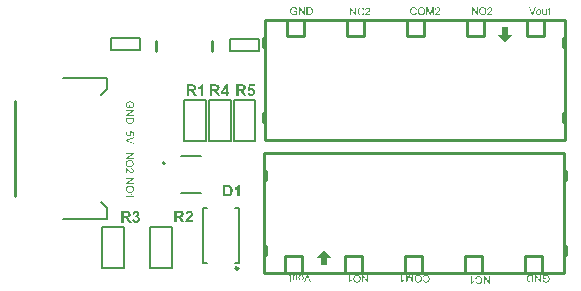
<source format=gbr>
G04*
G04 #@! TF.GenerationSoftware,Altium Limited,Altium Designer,23.0.1 (38)*
G04*
G04 Layer_Color=65535*
%FSLAX25Y25*%
%MOIN*%
G70*
G04*
G04 #@! TF.SameCoordinates,522C3931-FE7E-4C40-AD20-8D3CB5E53036*
G04*
G04*
G04 #@! TF.FilePolarity,Positive*
G04*
G01*
G75*
%ADD10C,0.00984*%
%ADD11C,0.00787*%
%ADD12C,0.00630*%
%ADD13C,0.00500*%
%ADD14C,0.01000*%
G36*
X389800Y135600D02*
X387300Y133100D01*
X388800D01*
Y130600D01*
X390800D01*
Y133100D01*
X392300D01*
X389800Y135600D01*
D02*
G37*
G36*
X450000Y205000D02*
X452500Y207500D01*
X451000D01*
Y210000D01*
X449000D01*
Y207500D01*
X447500D01*
X450000Y205000D01*
D02*
G37*
G36*
X324540Y174971D02*
X324536D01*
X324529D01*
X324518Y174967D01*
X324499Y174963D01*
X324459Y174952D01*
X324403Y174937D01*
X324348Y174915D01*
X324285Y174886D01*
X324229Y174849D01*
X324177Y174804D01*
X324174Y174797D01*
X324159Y174782D01*
X324140Y174752D01*
X324118Y174712D01*
X324096Y174667D01*
X324078Y174612D01*
X324063Y174549D01*
X324059Y174479D01*
Y174456D01*
X324063Y174442D01*
X324066Y174397D01*
X324081Y174345D01*
X324100Y174283D01*
X324129Y174220D01*
X324174Y174153D01*
X324200Y174123D01*
X324229Y174094D01*
X324233Y174090D01*
X324237Y174086D01*
X324248Y174079D01*
X324259Y174068D01*
X324300Y174042D01*
X324351Y174012D01*
X324414Y173986D01*
X324492Y173961D01*
X324584Y173942D01*
X324633Y173935D01*
X324684D01*
X324688D01*
X324695D01*
X324710D01*
X324729Y173938D01*
X324751D01*
X324777Y173942D01*
X324836Y173953D01*
X324906Y173972D01*
X324977Y173998D01*
X325043Y174035D01*
X325106Y174086D01*
X325110D01*
X325114Y174094D01*
X325132Y174112D01*
X325158Y174146D01*
X325187Y174190D01*
X325213Y174249D01*
X325239Y174316D01*
X325258Y174393D01*
X325265Y174438D01*
Y174508D01*
X325261Y174538D01*
X325258Y174575D01*
X325247Y174619D01*
X325236Y174664D01*
X325217Y174712D01*
X325195Y174760D01*
X325191Y174764D01*
X325184Y174778D01*
X325165Y174801D01*
X325147Y174830D01*
X325121Y174860D01*
X325088Y174889D01*
X325054Y174923D01*
X325014Y174949D01*
X325054Y175244D01*
X326372Y174997D01*
Y173724D01*
X326072D01*
Y174749D01*
X325380Y174886D01*
X325384Y174882D01*
X325387Y174874D01*
X325395Y174863D01*
X325406Y174845D01*
X325417Y174823D01*
X325432Y174797D01*
X325461Y174738D01*
X325491Y174664D01*
X325517Y174582D01*
X325535Y174493D01*
X325543Y174449D01*
Y174368D01*
X325539Y174345D01*
X325535Y174316D01*
X325532Y174283D01*
X325524Y174246D01*
X325513Y174205D01*
X325487Y174116D01*
X325469Y174068D01*
X325443Y174020D01*
X325417Y173972D01*
X325387Y173924D01*
X325350Y173879D01*
X325310Y173835D01*
X325306Y173831D01*
X325299Y173824D01*
X325287Y173813D01*
X325269Y173798D01*
X325243Y173779D01*
X325217Y173761D01*
X325184Y173739D01*
X325147Y173716D01*
X325106Y173698D01*
X325062Y173676D01*
X325010Y173657D01*
X324958Y173639D01*
X324903Y173624D01*
X324840Y173613D01*
X324777Y173605D01*
X324710Y173602D01*
X324707D01*
X324695D01*
X324677D01*
X324651Y173605D01*
X324621Y173609D01*
X324588Y173613D01*
X324547Y173620D01*
X324507Y173628D01*
X324411Y173650D01*
X324311Y173687D01*
X324259Y173709D01*
X324211Y173739D01*
X324159Y173768D01*
X324111Y173805D01*
X324107Y173809D01*
X324096Y173816D01*
X324081Y173831D01*
X324063Y173850D01*
X324041Y173875D01*
X324011Y173905D01*
X323985Y173942D01*
X323955Y173983D01*
X323926Y174027D01*
X323900Y174079D01*
X323874Y174135D01*
X323848Y174194D01*
X323830Y174257D01*
X323815Y174327D01*
X323804Y174401D01*
X323800Y174479D01*
Y174512D01*
X323804Y174538D01*
X323807Y174567D01*
X323811Y174601D01*
X323815Y174641D01*
X323826Y174682D01*
X323848Y174775D01*
X323881Y174867D01*
X323904Y174915D01*
X323930Y174963D01*
X323959Y175008D01*
X323992Y175052D01*
X323996Y175056D01*
X324000Y175063D01*
X324015Y175071D01*
X324029Y175085D01*
X324048Y175104D01*
X324070Y175122D01*
X324100Y175145D01*
X324133Y175163D01*
X324166Y175185D01*
X324207Y175207D01*
X324296Y175248D01*
X324399Y175282D01*
X324455Y175293D01*
X324514Y175300D01*
X324540Y174971D01*
D02*
G37*
G36*
X326405Y173076D02*
X324544Y172410D01*
X324540D01*
X324533Y172407D01*
X324521Y172403D01*
X324507Y172396D01*
X324484Y172392D01*
X324462Y172384D01*
X324407Y172366D01*
X324344Y172344D01*
X324274Y172321D01*
X324126Y172277D01*
X324129D01*
X324137Y172273D01*
X324148Y172270D01*
X324163Y172266D01*
X324203Y172255D01*
X324259Y172236D01*
X324322Y172218D01*
X324392Y172196D01*
X324466Y172170D01*
X324544Y172140D01*
X326405Y171445D01*
Y171100D01*
X323844Y172099D01*
Y172455D01*
X326405Y173446D01*
Y173076D01*
D02*
G37*
G36*
X325173Y185296D02*
X325206D01*
X325247Y185293D01*
X325287Y185285D01*
X325336Y185282D01*
X325387Y185270D01*
X325443Y185263D01*
X325561Y185233D01*
X325683Y185196D01*
X325805Y185145D01*
X325809Y185141D01*
X325820Y185137D01*
X325835Y185130D01*
X325857Y185115D01*
X325887Y185100D01*
X325916Y185082D01*
X325987Y185030D01*
X326068Y184967D01*
X326146Y184889D01*
X326223Y184801D01*
X326257Y184749D01*
X326290Y184697D01*
X326294Y184693D01*
X326297Y184682D01*
X326305Y184667D01*
X326316Y184645D01*
X326327Y184616D01*
X326342Y184582D01*
X326357Y184545D01*
X326372Y184501D01*
X326386Y184453D01*
X326397Y184401D01*
X326412Y184345D01*
X326423Y184286D01*
X326442Y184157D01*
X326449Y184090D01*
Y183972D01*
X326446Y183949D01*
Y183920D01*
X326438Y183850D01*
X326427Y183772D01*
X326409Y183691D01*
X326386Y183602D01*
X326357Y183517D01*
Y183513D01*
X326353Y183505D01*
X326349Y183494D01*
X326342Y183480D01*
X326320Y183439D01*
X326294Y183387D01*
X326257Y183332D01*
X326212Y183272D01*
X326164Y183217D01*
X326105Y183165D01*
X326098Y183158D01*
X326076Y183143D01*
X326042Y183121D01*
X325994Y183091D01*
X325935Y183062D01*
X325861Y183028D01*
X325780Y182995D01*
X325687Y182969D01*
X325606Y183276D01*
X325609D01*
X325613Y183280D01*
X325624Y183283D01*
X325639Y183287D01*
X325672Y183298D01*
X325717Y183313D01*
X325768Y183335D01*
X325816Y183361D01*
X325868Y183387D01*
X325913Y183420D01*
X325916Y183424D01*
X325931Y183435D01*
X325950Y183457D01*
X325976Y183483D01*
X326005Y183517D01*
X326035Y183561D01*
X326064Y183609D01*
X326090Y183665D01*
X326094Y183672D01*
X326101Y183691D01*
X326113Y183724D01*
X326127Y183768D01*
X326138Y183820D01*
X326150Y183879D01*
X326157Y183946D01*
X326161Y184016D01*
Y184057D01*
X326157Y184075D01*
Y184098D01*
X326153Y184153D01*
X326142Y184216D01*
X326131Y184286D01*
X326113Y184353D01*
X326087Y184419D01*
X326083Y184427D01*
X326076Y184449D01*
X326057Y184479D01*
X326039Y184516D01*
X326009Y184560D01*
X325979Y184608D01*
X325942Y184652D01*
X325902Y184693D01*
X325898Y184697D01*
X325883Y184712D01*
X325857Y184730D01*
X325828Y184752D01*
X325791Y184778D01*
X325746Y184804D01*
X325698Y184830D01*
X325646Y184856D01*
X325643D01*
X325635Y184860D01*
X325624Y184863D01*
X325606Y184871D01*
X325583Y184878D01*
X325557Y184886D01*
X325528Y184897D01*
X325495Y184904D01*
X325417Y184923D01*
X325328Y184937D01*
X325236Y184949D01*
X325132Y184952D01*
X325128D01*
X325117D01*
X325099D01*
X325077Y184949D01*
X325047D01*
X325010Y184945D01*
X324973Y184941D01*
X324932Y184937D01*
X324840Y184923D01*
X324744Y184904D01*
X324647Y184874D01*
X324555Y184837D01*
X324551D01*
X324544Y184830D01*
X324533Y184826D01*
X324518Y184815D01*
X324477Y184789D01*
X324425Y184749D01*
X324370Y184701D01*
X324314Y184641D01*
X324262Y184571D01*
X324214Y184493D01*
Y184490D01*
X324211Y184482D01*
X324203Y184471D01*
X324196Y184453D01*
X324188Y184434D01*
X324181Y184408D01*
X324159Y184349D01*
X324140Y184275D01*
X324122Y184194D01*
X324107Y184105D01*
X324103Y184012D01*
Y183975D01*
X324107Y183953D01*
Y183931D01*
X324114Y183876D01*
X324122Y183809D01*
X324137Y183739D01*
X324159Y183661D01*
X324185Y183583D01*
Y183580D01*
X324188Y183572D01*
X324192Y183565D01*
X324200Y183550D01*
X324218Y183509D01*
X324240Y183465D01*
X324266Y183413D01*
X324296Y183358D01*
X324329Y183306D01*
X324366Y183261D01*
X324847D01*
Y184016D01*
X325150D01*
Y182928D01*
X324200D01*
X324196Y182932D01*
X324192Y182939D01*
X324181Y182954D01*
X324166Y182973D01*
X324151Y182995D01*
X324133Y183021D01*
X324111Y183054D01*
X324089Y183087D01*
X324041Y183165D01*
X323989Y183254D01*
X323941Y183346D01*
X323900Y183446D01*
Y183450D01*
X323896Y183457D01*
X323892Y183472D01*
X323885Y183491D01*
X323878Y183517D01*
X323867Y183546D01*
X323859Y183580D01*
X323852Y183613D01*
X323833Y183694D01*
X323815Y183787D01*
X323804Y183887D01*
X323800Y183990D01*
Y184027D01*
X323804Y184053D01*
Y184086D01*
X323807Y184127D01*
X323815Y184171D01*
X323818Y184220D01*
X323841Y184327D01*
X323867Y184442D01*
X323907Y184560D01*
X323930Y184619D01*
X323959Y184678D01*
X323963Y184682D01*
X323967Y184693D01*
X323978Y184708D01*
X323989Y184730D01*
X324007Y184756D01*
X324026Y184782D01*
X324078Y184852D01*
X324144Y184926D01*
X324225Y185004D01*
X324318Y185078D01*
X324425Y185145D01*
X324429D01*
X324440Y185152D01*
X324455Y185159D01*
X324481Y185170D01*
X324507Y185182D01*
X324544Y185193D01*
X324581Y185207D01*
X324625Y185222D01*
X324673Y185237D01*
X324729Y185252D01*
X324784Y185263D01*
X324843Y185274D01*
X324973Y185293D01*
X325110Y185300D01*
X325114D01*
X325128D01*
X325147D01*
X325173Y185296D01*
D02*
G37*
G36*
X326405Y182085D02*
X324392Y180742D01*
X326405D01*
Y180416D01*
X323844D01*
Y180768D01*
X325853Y182107D01*
X323844D01*
Y182432D01*
X326405D01*
Y182085D01*
D02*
G37*
G36*
Y178862D02*
X326401Y178795D01*
X326397Y178721D01*
X326390Y178647D01*
X326379Y178573D01*
X326368Y178510D01*
Y178507D01*
X326364Y178499D01*
Y178488D01*
X326357Y178473D01*
X326346Y178433D01*
X326327Y178381D01*
X326301Y178322D01*
X326268Y178259D01*
X326231Y178196D01*
X326183Y178137D01*
X326179Y178133D01*
X326175Y178129D01*
X326164Y178118D01*
X326153Y178103D01*
X326116Y178067D01*
X326064Y178022D01*
X326002Y177974D01*
X325927Y177922D01*
X325842Y177874D01*
X325746Y177833D01*
X325743D01*
X325735Y177830D01*
X325720Y177822D01*
X325698Y177819D01*
X325672Y177807D01*
X325643Y177800D01*
X325609Y177793D01*
X325569Y177782D01*
X325528Y177770D01*
X325480Y177763D01*
X325376Y177745D01*
X325261Y177734D01*
X325136Y177730D01*
X325132D01*
X325125D01*
X325106D01*
X325088D01*
X325062Y177734D01*
X325032D01*
X324962Y177737D01*
X324880Y177748D01*
X324795Y177759D01*
X324707Y177778D01*
X324618Y177800D01*
X324614D01*
X324607Y177804D01*
X324595Y177807D01*
X324581Y177811D01*
X324540Y177826D01*
X324488Y177848D01*
X324429Y177870D01*
X324370Y177900D01*
X324307Y177937D01*
X324248Y177974D01*
X324240Y177978D01*
X324222Y177992D01*
X324196Y178015D01*
X324163Y178044D01*
X324126Y178078D01*
X324089Y178118D01*
X324048Y178159D01*
X324015Y178207D01*
X324011Y178215D01*
X324000Y178229D01*
X323985Y178255D01*
X323967Y178292D01*
X323944Y178337D01*
X323926Y178388D01*
X323904Y178448D01*
X323885Y178514D01*
Y178522D01*
X323881Y178533D01*
X323878Y178544D01*
X323874Y178581D01*
X323867Y178633D01*
X323859Y178692D01*
X323852Y178762D01*
X323848Y178840D01*
X323844Y178925D01*
Y179846D01*
X326405D01*
Y178862D01*
D02*
G37*
G36*
X326305Y167852D02*
X324292Y166509D01*
X326305D01*
Y166183D01*
X323744D01*
Y166535D01*
X325753Y167874D01*
X323744D01*
Y168200D01*
X326305D01*
Y167852D01*
D02*
G37*
G36*
X325050Y165714D02*
X325095D01*
X325147Y165706D01*
X325210Y165699D01*
X325280Y165688D01*
X325354Y165673D01*
X325432Y165658D01*
X325513Y165636D01*
X325594Y165606D01*
X325679Y165573D01*
X325761Y165536D01*
X325842Y165488D01*
X325916Y165436D01*
X325987Y165377D01*
X325990Y165373D01*
X326001Y165362D01*
X326020Y165340D01*
X326042Y165314D01*
X326072Y165281D01*
X326101Y165240D01*
X326135Y165192D01*
X326168Y165136D01*
X326201Y165077D01*
X326235Y165011D01*
X326264Y164937D01*
X326294Y164859D01*
X326316Y164774D01*
X326334Y164685D01*
X326345Y164593D01*
X326349Y164493D01*
Y164459D01*
X326345Y164433D01*
Y164400D01*
X326342Y164367D01*
X326334Y164322D01*
X326327Y164278D01*
X326308Y164182D01*
X326279Y164071D01*
X326235Y163963D01*
X326209Y163908D01*
X326179Y163853D01*
X326175Y163849D01*
X326172Y163841D01*
X326161Y163827D01*
X326149Y163804D01*
X326131Y163782D01*
X326109Y163753D01*
X326057Y163690D01*
X325990Y163623D01*
X325909Y163549D01*
X325813Y163479D01*
X325705Y163420D01*
X325702D01*
X325691Y163412D01*
X325676Y163405D01*
X325654Y163397D01*
X325624Y163383D01*
X325591Y163372D01*
X325550Y163357D01*
X325506Y163342D01*
X325458Y163331D01*
X325406Y163316D01*
X325346Y163301D01*
X325287Y163290D01*
X325158Y163275D01*
X325017Y163268D01*
X325013D01*
X324999D01*
X324980D01*
X324951Y163272D01*
X324917D01*
X324877Y163275D01*
X324832Y163283D01*
X324784Y163286D01*
X324677Y163305D01*
X324558Y163335D01*
X324440Y163375D01*
X324381Y163397D01*
X324322Y163427D01*
X324318D01*
X324307Y163434D01*
X324292Y163442D01*
X324270Y163457D01*
X324244Y163471D01*
X324218Y163490D01*
X324148Y163542D01*
X324074Y163605D01*
X323996Y163679D01*
X323922Y163767D01*
X323855Y163871D01*
Y163875D01*
X323848Y163882D01*
X323841Y163901D01*
X323830Y163923D01*
X323818Y163949D01*
X323807Y163978D01*
X323793Y164015D01*
X323778Y164056D01*
X323763Y164100D01*
X323748Y164148D01*
X323726Y164256D01*
X323707Y164371D01*
X323700Y164493D01*
Y164530D01*
X323704Y164552D01*
Y164585D01*
X323711Y164622D01*
X323715Y164663D01*
X323722Y164711D01*
X323744Y164811D01*
X323774Y164918D01*
X323818Y165029D01*
X323844Y165085D01*
X323874Y165140D01*
X323878Y165144D01*
X323881Y165151D01*
X323892Y165166D01*
X323907Y165188D01*
X323922Y165210D01*
X323944Y165236D01*
X324000Y165299D01*
X324066Y165369D01*
X324148Y165444D01*
X324240Y165510D01*
X324347Y165573D01*
X324351D01*
X324362Y165580D01*
X324377Y165588D01*
X324399Y165595D01*
X324429Y165606D01*
X324462Y165617D01*
X324499Y165632D01*
X324540Y165643D01*
X324588Y165658D01*
X324636Y165673D01*
X324747Y165695D01*
X324862Y165710D01*
X324988Y165717D01*
X324991D01*
X324995D01*
X325017D01*
X325050Y165714D01*
D02*
G37*
G36*
X323815Y163002D02*
X323848Y162998D01*
X323885Y162990D01*
X323922Y162983D01*
X323963Y162968D01*
X323966D01*
X323970Y162964D01*
X323992Y162957D01*
X324026Y162942D01*
X324070Y162920D01*
X324122Y162891D01*
X324181Y162854D01*
X324240Y162813D01*
X324303Y162761D01*
X324307D01*
X324310Y162754D01*
X324333Y162735D01*
X324366Y162702D01*
X324414Y162654D01*
X324470Y162598D01*
X324536Y162528D01*
X324610Y162443D01*
X324688Y162350D01*
X324692Y162347D01*
X324703Y162332D01*
X324721Y162310D01*
X324743Y162284D01*
X324773Y162250D01*
X324806Y162210D01*
X324843Y162169D01*
X324884Y162121D01*
X324973Y162028D01*
X325062Y161936D01*
X325106Y161891D01*
X325150Y161851D01*
X325191Y161814D01*
X325232Y161784D01*
X325236D01*
X325239Y161777D01*
X325250Y161769D01*
X325265Y161762D01*
X325306Y161736D01*
X325354Y161706D01*
X325413Y161681D01*
X325476Y161655D01*
X325546Y161640D01*
X325613Y161633D01*
X325617D01*
X325620D01*
X325642Y161636D01*
X325679Y161640D01*
X325720Y161651D01*
X325772Y161666D01*
X325824Y161692D01*
X325876Y161725D01*
X325927Y161769D01*
X325935Y161777D01*
X325950Y161795D01*
X325968Y161821D01*
X325994Y161862D01*
X326016Y161914D01*
X326038Y161973D01*
X326053Y162043D01*
X326057Y162121D01*
Y162143D01*
X326053Y162158D01*
X326049Y162202D01*
X326038Y162254D01*
X326024Y162310D01*
X325998Y162373D01*
X325964Y162432D01*
X325920Y162487D01*
X325913Y162495D01*
X325894Y162509D01*
X325865Y162532D01*
X325820Y162554D01*
X325768Y162580D01*
X325702Y162602D01*
X325628Y162617D01*
X325543Y162624D01*
X325576Y162946D01*
X325580D01*
X325591Y162942D01*
X325609D01*
X325635Y162939D01*
X325665Y162931D01*
X325698Y162924D01*
X325739Y162913D01*
X325779Y162902D01*
X325868Y162872D01*
X325957Y162828D01*
X326001Y162802D01*
X326046Y162768D01*
X326086Y162735D01*
X326123Y162698D01*
X326127Y162694D01*
X326131Y162687D01*
X326142Y162676D01*
X326153Y162657D01*
X326168Y162635D01*
X326183Y162609D01*
X326201Y162580D01*
X326220Y162543D01*
X326238Y162502D01*
X326257Y162458D01*
X326272Y162409D01*
X326286Y162358D01*
X326297Y162302D01*
X326308Y162243D01*
X326312Y162180D01*
X326316Y162113D01*
Y162076D01*
X326312Y162051D01*
X326308Y162021D01*
X326305Y161984D01*
X326297Y161943D01*
X326290Y161903D01*
X326264Y161806D01*
X326227Y161710D01*
X326205Y161662D01*
X326179Y161614D01*
X326146Y161570D01*
X326109Y161529D01*
X326105Y161525D01*
X326101Y161518D01*
X326086Y161510D01*
X326072Y161496D01*
X326053Y161477D01*
X326027Y161459D01*
X326001Y161440D01*
X325968Y161418D01*
X325898Y161381D01*
X325809Y161344D01*
X325765Y161329D01*
X325713Y161322D01*
X325661Y161314D01*
X325606Y161311D01*
X325598D01*
X325580D01*
X325550Y161314D01*
X325509Y161318D01*
X325465Y161325D01*
X325413Y161340D01*
X325358Y161355D01*
X325302Y161377D01*
X325295Y161381D01*
X325276Y161388D01*
X325247Y161403D01*
X325206Y161425D01*
X325162Y161455D01*
X325106Y161492D01*
X325050Y161536D01*
X324988Y161588D01*
X324980Y161595D01*
X324958Y161614D01*
X324939Y161633D01*
X324921Y161651D01*
X324899Y161673D01*
X324869Y161703D01*
X324840Y161732D01*
X324806Y161769D01*
X324769Y161806D01*
X324729Y161851D01*
X324688Y161899D01*
X324640Y161951D01*
X324592Y162010D01*
X324540Y162069D01*
X324536Y162073D01*
X324529Y162080D01*
X324518Y162095D01*
X324503Y162113D01*
X324481Y162136D01*
X324459Y162162D01*
X324410Y162221D01*
X324355Y162284D01*
X324299Y162343D01*
X324251Y162395D01*
X324233Y162417D01*
X324214Y162435D01*
X324211Y162439D01*
X324200Y162450D01*
X324185Y162465D01*
X324163Y162484D01*
X324137Y162502D01*
X324111Y162524D01*
X324048Y162569D01*
Y161307D01*
X323744D01*
Y163005D01*
X323748D01*
X323763D01*
X323785D01*
X323815Y163002D01*
D02*
G37*
G36*
X326405Y159352D02*
X324392Y158009D01*
X326405D01*
Y157684D01*
X323844D01*
Y158035D01*
X325853Y159374D01*
X323844D01*
Y159700D01*
X326405D01*
Y159352D01*
D02*
G37*
G36*
X325150Y157214D02*
X325195D01*
X325247Y157206D01*
X325310Y157199D01*
X325380Y157188D01*
X325454Y157173D01*
X325532Y157158D01*
X325613Y157136D01*
X325694Y157106D01*
X325780Y157073D01*
X325861Y157036D01*
X325942Y156988D01*
X326016Y156936D01*
X326087Y156877D01*
X326090Y156873D01*
X326101Y156862D01*
X326120Y156840D01*
X326142Y156814D01*
X326172Y156781D01*
X326201Y156740D01*
X326235Y156692D01*
X326268Y156636D01*
X326301Y156577D01*
X326335Y156511D01*
X326364Y156437D01*
X326394Y156359D01*
X326416Y156274D01*
X326434Y156185D01*
X326446Y156093D01*
X326449Y155993D01*
Y155959D01*
X326446Y155933D01*
Y155900D01*
X326442Y155867D01*
X326434Y155822D01*
X326427Y155778D01*
X326409Y155682D01*
X326379Y155571D01*
X326335Y155464D01*
X326309Y155408D01*
X326279Y155352D01*
X326275Y155349D01*
X326272Y155341D01*
X326260Y155327D01*
X326249Y155304D01*
X326231Y155282D01*
X326209Y155253D01*
X326157Y155190D01*
X326090Y155123D01*
X326009Y155049D01*
X325913Y154979D01*
X325805Y154920D01*
X325802D01*
X325791Y154912D01*
X325776Y154905D01*
X325754Y154897D01*
X325724Y154883D01*
X325691Y154871D01*
X325650Y154857D01*
X325606Y154842D01*
X325557Y154831D01*
X325506Y154816D01*
X325447Y154801D01*
X325387Y154790D01*
X325258Y154775D01*
X325117Y154768D01*
X325114D01*
X325099D01*
X325080D01*
X325051Y154772D01*
X325017D01*
X324977Y154775D01*
X324932Y154783D01*
X324884Y154786D01*
X324777Y154805D01*
X324658Y154834D01*
X324540Y154875D01*
X324481Y154897D01*
X324422Y154927D01*
X324418D01*
X324407Y154934D01*
X324392Y154942D01*
X324370Y154957D01*
X324344Y154971D01*
X324318Y154990D01*
X324248Y155042D01*
X324174Y155105D01*
X324096Y155179D01*
X324022Y155267D01*
X323955Y155371D01*
Y155375D01*
X323948Y155382D01*
X323941Y155401D01*
X323930Y155423D01*
X323918Y155449D01*
X323907Y155478D01*
X323892Y155515D01*
X323878Y155556D01*
X323863Y155600D01*
X323848Y155649D01*
X323826Y155756D01*
X323807Y155870D01*
X323800Y155993D01*
Y156030D01*
X323804Y156052D01*
Y156085D01*
X323811Y156122D01*
X323815Y156163D01*
X323822Y156211D01*
X323844Y156311D01*
X323874Y156418D01*
X323918Y156529D01*
X323944Y156585D01*
X323974Y156640D01*
X323978Y156644D01*
X323981Y156651D01*
X323992Y156666D01*
X324007Y156688D01*
X324022Y156710D01*
X324044Y156736D01*
X324100Y156799D01*
X324166Y156869D01*
X324248Y156944D01*
X324340Y157010D01*
X324447Y157073D01*
X324451D01*
X324462Y157080D01*
X324477Y157088D01*
X324499Y157095D01*
X324529Y157106D01*
X324562Y157117D01*
X324599Y157132D01*
X324640Y157143D01*
X324688Y157158D01*
X324736Y157173D01*
X324847Y157195D01*
X324962Y157210D01*
X325088Y157217D01*
X325091D01*
X325095D01*
X325117D01*
X325150Y157214D01*
D02*
G37*
G36*
X325772Y154217D02*
X325780Y154209D01*
X325783Y154194D01*
X325794Y154176D01*
X325805Y154154D01*
X325820Y154128D01*
X325857Y154065D01*
X325898Y153991D01*
X325950Y153917D01*
X326009Y153839D01*
X326072Y153761D01*
X326076Y153758D01*
X326079Y153754D01*
X326090Y153743D01*
X326101Y153728D01*
X326138Y153695D01*
X326183Y153650D01*
X326235Y153606D01*
X326294Y153558D01*
X326353Y153517D01*
X326416Y153480D01*
Y153277D01*
X323844D01*
Y153591D01*
X325846D01*
X325842Y153595D01*
X325828Y153613D01*
X325805Y153636D01*
X325780Y153673D01*
X325746Y153713D01*
X325709Y153765D01*
X325669Y153824D01*
X325628Y153891D01*
Y153895D01*
X325624Y153898D01*
X325609Y153921D01*
X325591Y153958D01*
X325569Y154002D01*
X325543Y154054D01*
X325517Y154109D01*
X325491Y154165D01*
X325469Y154220D01*
X325772D01*
Y154217D01*
D02*
G37*
G36*
X380331Y127496D02*
X380372Y127493D01*
X380420Y127485D01*
X380472Y127474D01*
X380523Y127459D01*
X380579Y127437D01*
X380586Y127433D01*
X380601Y127426D01*
X380627Y127411D01*
X380657Y127393D01*
X380694Y127371D01*
X380727Y127345D01*
X380760Y127315D01*
X380790Y127282D01*
X380794Y127278D01*
X380801Y127263D01*
X380812Y127245D01*
X380827Y127215D01*
X380845Y127182D01*
X380860Y127141D01*
X380875Y127097D01*
X380886Y127049D01*
Y127045D01*
X380890Y127030D01*
X380893Y127008D01*
Y126978D01*
X380897Y126934D01*
X380901Y126886D01*
X380905Y126823D01*
Y126753D01*
Y125602D01*
X380590D01*
Y126634D01*
Y126638D01*
Y126645D01*
Y126656D01*
Y126675D01*
Y126716D01*
X380586Y126767D01*
Y126823D01*
X380583Y126878D01*
X380579Y126927D01*
X380572Y126967D01*
Y126971D01*
X380564Y126986D01*
X380557Y127008D01*
X380546Y127038D01*
X380527Y127067D01*
X380505Y127100D01*
X380479Y127130D01*
X380446Y127160D01*
X380442Y127163D01*
X380427Y127171D01*
X380409Y127182D01*
X380379Y127193D01*
X380346Y127208D01*
X380305Y127219D01*
X380261Y127226D01*
X380209Y127230D01*
X380183D01*
X380157Y127226D01*
X380124Y127223D01*
X380083Y127211D01*
X380039Y127200D01*
X379991Y127182D01*
X379943Y127160D01*
X379935Y127156D01*
X379920Y127145D01*
X379898Y127130D01*
X379872Y127108D01*
X379843Y127078D01*
X379813Y127045D01*
X379787Y127008D01*
X379765Y126963D01*
X379761Y126956D01*
X379758Y126941D01*
X379750Y126912D01*
X379739Y126871D01*
X379728Y126819D01*
X379721Y126756D01*
X379717Y126682D01*
X379713Y126597D01*
Y125602D01*
X379399D01*
Y127459D01*
X379680D01*
Y127189D01*
X379684Y127193D01*
X379691Y127204D01*
X379702Y127219D01*
X379721Y127237D01*
X379743Y127260D01*
X379769Y127289D01*
X379798Y127315D01*
X379835Y127345D01*
X379876Y127374D01*
X379920Y127400D01*
X379969Y127426D01*
X380020Y127452D01*
X380080Y127470D01*
X380139Y127485D01*
X380205Y127496D01*
X380272Y127500D01*
X380298D01*
X380331Y127496D01*
D02*
G37*
G36*
X382203D02*
X382237Y127493D01*
X382274Y127485D01*
X382318Y127478D01*
X382362Y127470D01*
X382462Y127441D01*
X382518Y127419D01*
X382570Y127396D01*
X382621Y127367D01*
X382673Y127333D01*
X382721Y127296D01*
X382769Y127252D01*
X382773Y127248D01*
X382781Y127241D01*
X382792Y127226D01*
X382806Y127204D01*
X382825Y127178D01*
X382843Y127148D01*
X382866Y127111D01*
X382888Y127067D01*
X382910Y127019D01*
X382932Y126963D01*
X382951Y126904D01*
X382969Y126841D01*
X382984Y126771D01*
X382995Y126697D01*
X383002Y126616D01*
X383006Y126531D01*
Y126523D01*
Y126508D01*
X383002Y126482D01*
Y126445D01*
X382999Y126405D01*
X382991Y126353D01*
X382984Y126301D01*
X382969Y126242D01*
X382954Y126183D01*
X382936Y126120D01*
X382914Y126053D01*
X382884Y125990D01*
X382855Y125931D01*
X382814Y125872D01*
X382773Y125817D01*
X382721Y125768D01*
X382718Y125765D01*
X382710Y125761D01*
X382695Y125750D01*
X382677Y125735D01*
X382655Y125720D01*
X382625Y125702D01*
X382595Y125683D01*
X382558Y125665D01*
X382518Y125646D01*
X382473Y125628D01*
X382373Y125594D01*
X382259Y125569D01*
X382200Y125565D01*
X382137Y125561D01*
X382100D01*
X382074Y125565D01*
X382041Y125569D01*
X382003Y125576D01*
X381963Y125583D01*
X381915Y125591D01*
X381815Y125624D01*
X381763Y125643D01*
X381711Y125669D01*
X381659Y125694D01*
X381608Y125731D01*
X381559Y125768D01*
X381511Y125813D01*
X381508Y125817D01*
X381500Y125824D01*
X381489Y125839D01*
X381474Y125857D01*
X381456Y125883D01*
X381434Y125916D01*
X381412Y125953D01*
X381389Y125994D01*
X381367Y126039D01*
X381345Y126094D01*
X381323Y126149D01*
X381304Y126212D01*
X381289Y126279D01*
X381278Y126349D01*
X381271Y126423D01*
X381267Y126505D01*
Y126508D01*
Y126520D01*
Y126538D01*
Y126564D01*
X381271Y126593D01*
X381275Y126630D01*
Y126667D01*
X381282Y126708D01*
X381293Y126801D01*
X381315Y126893D01*
X381341Y126986D01*
X381378Y127071D01*
Y127075D01*
X381382Y127078D01*
X381389Y127089D01*
X381397Y127104D01*
X381423Y127141D01*
X381456Y127185D01*
X381500Y127237D01*
X381556Y127289D01*
X381619Y127341D01*
X381693Y127389D01*
X381696D01*
X381700Y127393D01*
X381711Y127400D01*
X381730Y127408D01*
X381748Y127415D01*
X381770Y127422D01*
X381826Y127445D01*
X381889Y127463D01*
X381966Y127481D01*
X382048Y127496D01*
X382137Y127500D01*
X382174D01*
X382203Y127496D01*
D02*
G37*
G36*
X378481Y127481D02*
X378518Y127478D01*
X378562Y127474D01*
X378607Y127463D01*
X378648Y127452D01*
X378688Y127433D01*
X378692Y127430D01*
X378703Y127422D01*
X378718Y127411D01*
X378740Y127393D01*
X378759Y127374D01*
X378781Y127348D01*
X378803Y127322D01*
X378818Y127289D01*
Y127285D01*
X378825Y127271D01*
X378829Y127245D01*
X378836Y127208D01*
X378844Y127160D01*
X378847Y127130D01*
Y127097D01*
X378851Y127056D01*
X378855Y127015D01*
Y126971D01*
Y126919D01*
Y125846D01*
X379088D01*
Y125602D01*
X378855D01*
Y125143D01*
X378540Y124954D01*
Y125602D01*
X378222D01*
Y125846D01*
X378540D01*
Y126938D01*
Y126945D01*
Y126960D01*
Y126982D01*
X378537Y127008D01*
X378533Y127067D01*
X378529Y127093D01*
X378525Y127111D01*
X378522Y127119D01*
X378511Y127134D01*
X378496Y127152D01*
X378470Y127171D01*
X378463Y127174D01*
X378444Y127182D01*
X378411Y127189D01*
X378363Y127193D01*
X378326D01*
X378307Y127189D01*
X378281D01*
X378252Y127185D01*
X378222Y127182D01*
X378181Y127459D01*
X378189D01*
X378204Y127463D01*
X378229Y127467D01*
X378263Y127470D01*
X378300Y127478D01*
X378341Y127481D01*
X378422Y127485D01*
X378451D01*
X378481Y127481D01*
D02*
G37*
G36*
X385500Y124899D02*
X385130D01*
X384464Y126760D01*
Y126764D01*
X384460Y126771D01*
X384457Y126782D01*
X384449Y126797D01*
X384446Y126819D01*
X384438Y126841D01*
X384420Y126897D01*
X384397Y126960D01*
X384375Y127030D01*
X384331Y127178D01*
Y127174D01*
X384327Y127167D01*
X384323Y127156D01*
X384320Y127141D01*
X384309Y127100D01*
X384290Y127045D01*
X384272Y126982D01*
X384249Y126912D01*
X384224Y126838D01*
X384194Y126760D01*
X383498Y124899D01*
X383154D01*
X384153Y127459D01*
X384508D01*
X385500Y124899D01*
D02*
G37*
G36*
X404500Y124895D02*
X404152D01*
X402809Y126908D01*
Y124895D01*
X402484D01*
Y127456D01*
X402835D01*
X404174Y125446D01*
Y127456D01*
X404500D01*
Y124895D01*
D02*
G37*
G36*
X398391Y125454D02*
X398395Y125458D01*
X398413Y125472D01*
X398436Y125495D01*
X398473Y125521D01*
X398513Y125554D01*
X398565Y125591D01*
X398624Y125631D01*
X398691Y125672D01*
X398695D01*
X398698Y125676D01*
X398721Y125691D01*
X398758Y125709D01*
X398802Y125731D01*
X398854Y125757D01*
X398909Y125783D01*
X398965Y125809D01*
X399020Y125831D01*
Y125528D01*
X399017D01*
X399009Y125521D01*
X398994Y125517D01*
X398976Y125506D01*
X398954Y125495D01*
X398928Y125480D01*
X398865Y125443D01*
X398791Y125402D01*
X398717Y125350D01*
X398639Y125291D01*
X398562Y125228D01*
X398558Y125224D01*
X398554Y125221D01*
X398543Y125210D01*
X398528Y125199D01*
X398495Y125162D01*
X398450Y125117D01*
X398406Y125065D01*
X398358Y125006D01*
X398317Y124947D01*
X398280Y124884D01*
X398077D01*
Y127456D01*
X398391D01*
Y125454D01*
D02*
G37*
G36*
X400852Y127496D02*
X400885D01*
X400922Y127489D01*
X400963Y127485D01*
X401011Y127478D01*
X401111Y127456D01*
X401218Y127426D01*
X401329Y127382D01*
X401385Y127356D01*
X401440Y127326D01*
X401444Y127322D01*
X401451Y127319D01*
X401466Y127308D01*
X401488Y127293D01*
X401510Y127278D01*
X401536Y127256D01*
X401599Y127200D01*
X401670Y127134D01*
X401744Y127052D01*
X401810Y126960D01*
X401873Y126853D01*
Y126849D01*
X401880Y126838D01*
X401888Y126823D01*
X401895Y126801D01*
X401906Y126771D01*
X401917Y126738D01*
X401932Y126701D01*
X401943Y126660D01*
X401958Y126612D01*
X401973Y126564D01*
X401995Y126453D01*
X402010Y126338D01*
X402017Y126212D01*
Y126209D01*
Y126205D01*
Y126183D01*
X402014Y126149D01*
Y126105D01*
X402006Y126053D01*
X401999Y125990D01*
X401988Y125920D01*
X401973Y125846D01*
X401958Y125768D01*
X401936Y125687D01*
X401906Y125606D01*
X401873Y125521D01*
X401836Y125439D01*
X401788Y125358D01*
X401736Y125284D01*
X401677Y125213D01*
X401673Y125210D01*
X401662Y125199D01*
X401640Y125180D01*
X401614Y125158D01*
X401581Y125128D01*
X401540Y125099D01*
X401492Y125065D01*
X401436Y125032D01*
X401377Y124999D01*
X401311Y124966D01*
X401237Y124936D01*
X401159Y124906D01*
X401074Y124884D01*
X400985Y124866D01*
X400892Y124855D01*
X400793Y124851D01*
X400759D01*
X400733Y124855D01*
X400700D01*
X400667Y124858D01*
X400622Y124866D01*
X400578Y124873D01*
X400482Y124891D01*
X400371Y124921D01*
X400264Y124966D01*
X400208Y124991D01*
X400152Y125021D01*
X400149Y125025D01*
X400141Y125028D01*
X400127Y125040D01*
X400104Y125051D01*
X400082Y125069D01*
X400053Y125091D01*
X399990Y125143D01*
X399923Y125210D01*
X399849Y125291D01*
X399779Y125387D01*
X399720Y125495D01*
Y125498D01*
X399712Y125509D01*
X399705Y125524D01*
X399697Y125546D01*
X399683Y125576D01*
X399672Y125609D01*
X399657Y125650D01*
X399642Y125694D01*
X399631Y125742D01*
X399616Y125794D01*
X399601Y125854D01*
X399590Y125913D01*
X399575Y126042D01*
X399568Y126183D01*
Y126187D01*
Y126201D01*
Y126220D01*
X399572Y126249D01*
Y126283D01*
X399575Y126323D01*
X399583Y126368D01*
X399586Y126416D01*
X399605Y126523D01*
X399635Y126642D01*
X399675Y126760D01*
X399697Y126819D01*
X399727Y126878D01*
Y126882D01*
X399734Y126893D01*
X399742Y126908D01*
X399757Y126930D01*
X399771Y126956D01*
X399790Y126982D01*
X399842Y127052D01*
X399905Y127126D01*
X399979Y127204D01*
X400067Y127278D01*
X400171Y127345D01*
X400175D01*
X400182Y127352D01*
X400201Y127359D01*
X400223Y127371D01*
X400249Y127382D01*
X400278Y127393D01*
X400315Y127408D01*
X400356Y127422D01*
X400400Y127437D01*
X400449Y127452D01*
X400556Y127474D01*
X400670Y127493D01*
X400793Y127500D01*
X400830D01*
X400852Y127496D01*
D02*
G37*
G36*
X419546Y124895D02*
X419039D01*
X418433Y126712D01*
Y126716D01*
X418429Y126723D01*
X418425Y126734D01*
X418418Y126753D01*
X418403Y126797D01*
X418384Y126853D01*
X418366Y126915D01*
X418344Y126978D01*
X418325Y127038D01*
X418310Y127089D01*
X418307Y127082D01*
X418303Y127063D01*
X418292Y127030D01*
X418277Y126986D01*
X418259Y126927D01*
X418233Y126856D01*
X418207Y126775D01*
X418174Y126679D01*
X417559Y124895D01*
X417104D01*
Y127456D01*
X417430D01*
Y125313D01*
X418177Y127456D01*
X418481D01*
X419221Y125276D01*
Y127456D01*
X419546D01*
Y124895D01*
D02*
G37*
G36*
X423868Y127496D02*
X423901D01*
X423942Y127493D01*
X423986Y127485D01*
X424038Y127478D01*
X424145Y127459D01*
X424256Y127430D01*
X424367Y127389D01*
X424419Y127363D01*
X424471Y127333D01*
X424475Y127330D01*
X424482Y127326D01*
X424497Y127315D01*
X424512Y127300D01*
X424534Y127285D01*
X424560Y127263D01*
X424589Y127237D01*
X424619Y127208D01*
X424649Y127174D01*
X424682Y127141D01*
X424748Y127056D01*
X424811Y126956D01*
X424867Y126845D01*
Y126841D01*
X424874Y126830D01*
X424878Y126812D01*
X424889Y126790D01*
X424896Y126760D01*
X424907Y126723D01*
X424922Y126682D01*
X424933Y126638D01*
X424944Y126590D01*
X424959Y126534D01*
X424978Y126420D01*
X424993Y126290D01*
X425000Y126157D01*
Y126153D01*
Y126138D01*
Y126116D01*
X424996Y126090D01*
Y126053D01*
X424993Y126016D01*
X424989Y125968D01*
X424981Y125920D01*
X424963Y125813D01*
X424937Y125694D01*
X424900Y125576D01*
X424848Y125461D01*
X424845Y125458D01*
X424841Y125446D01*
X424833Y125432D01*
X424819Y125413D01*
X424804Y125387D01*
X424785Y125358D01*
X424737Y125291D01*
X424674Y125217D01*
X424600Y125143D01*
X424515Y125069D01*
X424415Y125006D01*
X424412Y125003D01*
X424401Y124999D01*
X424386Y124991D01*
X424367Y124980D01*
X424338Y124969D01*
X424308Y124958D01*
X424271Y124943D01*
X424230Y124928D01*
X424186Y124914D01*
X424138Y124899D01*
X424034Y124877D01*
X423916Y124858D01*
X423794Y124851D01*
X423757D01*
X423731Y124855D01*
X423698Y124858D01*
X423657Y124862D01*
X423616Y124866D01*
X423568Y124877D01*
X423468Y124899D01*
X423357Y124932D01*
X423302Y124954D01*
X423250Y124980D01*
X423198Y125014D01*
X423146Y125047D01*
X423143Y125051D01*
X423135Y125054D01*
X423120Y125065D01*
X423102Y125084D01*
X423083Y125102D01*
X423058Y125128D01*
X423032Y125158D01*
X423002Y125188D01*
X422972Y125224D01*
X422943Y125269D01*
X422909Y125313D01*
X422880Y125361D01*
X422854Y125417D01*
X422824Y125472D01*
X422802Y125532D01*
X422780Y125598D01*
X423113Y125676D01*
Y125672D01*
X423117Y125665D01*
X423124Y125650D01*
X423132Y125631D01*
X423139Y125609D01*
X423150Y125580D01*
X423180Y125521D01*
X423217Y125454D01*
X423261Y125387D01*
X423316Y125324D01*
X423376Y125269D01*
X423383Y125261D01*
X423405Y125247D01*
X423442Y125228D01*
X423490Y125202D01*
X423553Y125180D01*
X423624Y125158D01*
X423709Y125143D01*
X423801Y125139D01*
X423831D01*
X423849Y125143D01*
X423875D01*
X423905Y125147D01*
X423975Y125158D01*
X424053Y125173D01*
X424134Y125199D01*
X424219Y125236D01*
X424297Y125284D01*
X424301D01*
X424304Y125291D01*
X424330Y125310D01*
X424364Y125339D01*
X424404Y125384D01*
X424452Y125439D01*
X424497Y125502D01*
X424538Y125580D01*
X424575Y125665D01*
Y125669D01*
X424578Y125676D01*
X424582Y125687D01*
X424586Y125706D01*
X424593Y125728D01*
X424600Y125754D01*
X424612Y125817D01*
X424626Y125891D01*
X424641Y125972D01*
X424649Y126061D01*
X424652Y126157D01*
Y126161D01*
Y126172D01*
Y126190D01*
Y126212D01*
X424649Y126238D01*
Y126272D01*
X424645Y126309D01*
X424641Y126349D01*
X424630Y126438D01*
X424612Y126534D01*
X424589Y126630D01*
X424560Y126727D01*
Y126730D01*
X424556Y126738D01*
X424549Y126749D01*
X424541Y126767D01*
X424519Y126812D01*
X424486Y126864D01*
X424445Y126923D01*
X424393Y126986D01*
X424334Y127041D01*
X424264Y127093D01*
X424260D01*
X424253Y127097D01*
X424241Y127104D01*
X424227Y127111D01*
X424208Y127119D01*
X424186Y127130D01*
X424134Y127152D01*
X424068Y127174D01*
X423994Y127193D01*
X423912Y127208D01*
X423827Y127211D01*
X423801D01*
X423779Y127208D01*
X423753D01*
X423727Y127204D01*
X423661Y127189D01*
X423583Y127171D01*
X423505Y127141D01*
X423424Y127100D01*
X423383Y127078D01*
X423346Y127049D01*
X423342Y127045D01*
X423339Y127041D01*
X423328Y127030D01*
X423313Y127019D01*
X423298Y127000D01*
X423279Y126978D01*
X423257Y126956D01*
X423239Y126927D01*
X423217Y126893D01*
X423191Y126856D01*
X423169Y126819D01*
X423146Y126775D01*
X423128Y126727D01*
X423109Y126675D01*
X423091Y126619D01*
X423076Y126560D01*
X422736Y126645D01*
Y126649D01*
X422739Y126664D01*
X422747Y126686D01*
X422758Y126716D01*
X422769Y126749D01*
X422784Y126790D01*
X422802Y126834D01*
X422824Y126882D01*
X422876Y126986D01*
X422943Y127089D01*
X422984Y127141D01*
X423024Y127193D01*
X423069Y127237D01*
X423120Y127282D01*
X423124Y127285D01*
X423132Y127293D01*
X423150Y127300D01*
X423169Y127315D01*
X423198Y127333D01*
X423228Y127352D01*
X423268Y127371D01*
X423309Y127389D01*
X423357Y127411D01*
X423409Y127430D01*
X423464Y127448D01*
X423524Y127467D01*
X423587Y127481D01*
X423653Y127489D01*
X423724Y127496D01*
X423798Y127500D01*
X423838D01*
X423868Y127496D01*
D02*
G37*
G36*
X415813Y125454D02*
X415817Y125458D01*
X415835Y125472D01*
X415857Y125495D01*
X415894Y125521D01*
X415935Y125554D01*
X415987Y125591D01*
X416046Y125631D01*
X416113Y125672D01*
X416116D01*
X416120Y125676D01*
X416142Y125691D01*
X416179Y125709D01*
X416224Y125731D01*
X416275Y125757D01*
X416331Y125783D01*
X416386Y125809D01*
X416442Y125831D01*
Y125528D01*
X416438D01*
X416431Y125521D01*
X416416Y125517D01*
X416397Y125506D01*
X416375Y125495D01*
X416349Y125480D01*
X416287Y125443D01*
X416213Y125402D01*
X416139Y125350D01*
X416061Y125291D01*
X415983Y125228D01*
X415979Y125224D01*
X415976Y125221D01*
X415965Y125210D01*
X415950Y125199D01*
X415916Y125162D01*
X415872Y125117D01*
X415828Y125065D01*
X415780Y125006D01*
X415739Y124947D01*
X415702Y124884D01*
X415498D01*
Y127456D01*
X415813D01*
Y125454D01*
D02*
G37*
G36*
X421256Y127496D02*
X421289D01*
X421326Y127489D01*
X421367Y127485D01*
X421415Y127478D01*
X421515Y127456D01*
X421622Y127426D01*
X421733Y127382D01*
X421788Y127356D01*
X421844Y127326D01*
X421848Y127322D01*
X421855Y127319D01*
X421870Y127308D01*
X421892Y127293D01*
X421914Y127278D01*
X421940Y127256D01*
X422003Y127200D01*
X422073Y127134D01*
X422147Y127052D01*
X422214Y126960D01*
X422277Y126853D01*
Y126849D01*
X422284Y126838D01*
X422292Y126823D01*
X422299Y126801D01*
X422310Y126771D01*
X422321Y126738D01*
X422336Y126701D01*
X422347Y126660D01*
X422362Y126612D01*
X422377Y126564D01*
X422399Y126453D01*
X422414Y126338D01*
X422421Y126212D01*
Y126209D01*
Y126205D01*
Y126183D01*
X422417Y126149D01*
Y126105D01*
X422410Y126053D01*
X422403Y125990D01*
X422392Y125920D01*
X422377Y125846D01*
X422362Y125768D01*
X422340Y125687D01*
X422310Y125606D01*
X422277Y125521D01*
X422240Y125439D01*
X422192Y125358D01*
X422140Y125284D01*
X422081Y125213D01*
X422077Y125210D01*
X422066Y125199D01*
X422044Y125180D01*
X422018Y125158D01*
X421984Y125128D01*
X421944Y125099D01*
X421896Y125065D01*
X421840Y125032D01*
X421781Y124999D01*
X421714Y124966D01*
X421640Y124936D01*
X421563Y124906D01*
X421478Y124884D01*
X421389Y124866D01*
X421296Y124855D01*
X421196Y124851D01*
X421163D01*
X421137Y124855D01*
X421104D01*
X421071Y124858D01*
X421026Y124866D01*
X420982Y124873D01*
X420886Y124891D01*
X420775Y124921D01*
X420667Y124966D01*
X420612Y124991D01*
X420556Y125021D01*
X420553Y125025D01*
X420545Y125028D01*
X420530Y125040D01*
X420508Y125051D01*
X420486Y125069D01*
X420456Y125091D01*
X420394Y125143D01*
X420327Y125210D01*
X420253Y125291D01*
X420183Y125387D01*
X420123Y125495D01*
Y125498D01*
X420116Y125509D01*
X420109Y125524D01*
X420101Y125546D01*
X420086Y125576D01*
X420075Y125609D01*
X420060Y125650D01*
X420046Y125694D01*
X420035Y125742D01*
X420020Y125794D01*
X420005Y125854D01*
X419994Y125913D01*
X419979Y126042D01*
X419972Y126183D01*
Y126187D01*
Y126201D01*
Y126220D01*
X419975Y126249D01*
Y126283D01*
X419979Y126323D01*
X419986Y126368D01*
X419990Y126416D01*
X420009Y126523D01*
X420038Y126642D01*
X420079Y126760D01*
X420101Y126819D01*
X420131Y126878D01*
Y126882D01*
X420138Y126893D01*
X420146Y126908D01*
X420160Y126930D01*
X420175Y126956D01*
X420194Y126982D01*
X420246Y127052D01*
X420308Y127126D01*
X420382Y127204D01*
X420471Y127278D01*
X420575Y127345D01*
X420578D01*
X420586Y127352D01*
X420604Y127359D01*
X420627Y127371D01*
X420652Y127382D01*
X420682Y127393D01*
X420719Y127408D01*
X420760Y127422D01*
X420804Y127437D01*
X420852Y127452D01*
X420960Y127474D01*
X421074Y127493D01*
X421196Y127500D01*
X421233D01*
X421256Y127496D01*
D02*
G37*
G36*
X445000Y124395D02*
X444652D01*
X443309Y126408D01*
Y124395D01*
X442983D01*
Y126956D01*
X443335D01*
X444674Y124946D01*
Y126956D01*
X445000D01*
Y124395D01*
D02*
G37*
G36*
X441381Y126996D02*
X441415D01*
X441455Y126993D01*
X441500Y126985D01*
X441552Y126978D01*
X441659Y126959D01*
X441770Y126930D01*
X441881Y126889D01*
X441933Y126863D01*
X441985Y126833D01*
X441988Y126830D01*
X441996Y126826D01*
X442010Y126815D01*
X442025Y126800D01*
X442047Y126785D01*
X442073Y126763D01*
X442103Y126737D01*
X442133Y126708D01*
X442162Y126674D01*
X442195Y126641D01*
X442262Y126556D01*
X442325Y126456D01*
X442380Y126345D01*
Y126341D01*
X442388Y126330D01*
X442391Y126312D01*
X442403Y126290D01*
X442410Y126260D01*
X442421Y126223D01*
X442436Y126182D01*
X442447Y126138D01*
X442458Y126090D01*
X442473Y126034D01*
X442491Y125920D01*
X442506Y125790D01*
X442514Y125657D01*
Y125653D01*
Y125638D01*
Y125616D01*
X442510Y125590D01*
Y125553D01*
X442506Y125516D01*
X442502Y125468D01*
X442495Y125420D01*
X442477Y125313D01*
X442451Y125194D01*
X442414Y125076D01*
X442362Y124961D01*
X442358Y124958D01*
X442354Y124946D01*
X442347Y124932D01*
X442332Y124913D01*
X442317Y124887D01*
X442299Y124858D01*
X442251Y124791D01*
X442188Y124717D01*
X442114Y124643D01*
X442029Y124569D01*
X441929Y124506D01*
X441925Y124503D01*
X441914Y124499D01*
X441899Y124491D01*
X441881Y124480D01*
X441851Y124469D01*
X441822Y124458D01*
X441785Y124443D01*
X441744Y124428D01*
X441700Y124414D01*
X441651Y124399D01*
X441548Y124377D01*
X441430Y124358D01*
X441307Y124351D01*
X441270D01*
X441245Y124355D01*
X441211Y124358D01*
X441171Y124362D01*
X441130Y124366D01*
X441082Y124377D01*
X440982Y124399D01*
X440871Y124432D01*
X440815Y124454D01*
X440764Y124480D01*
X440712Y124514D01*
X440660Y124547D01*
X440656Y124551D01*
X440649Y124554D01*
X440634Y124565D01*
X440616Y124584D01*
X440597Y124602D01*
X440571Y124628D01*
X440545Y124658D01*
X440516Y124688D01*
X440486Y124724D01*
X440456Y124769D01*
X440423Y124813D01*
X440393Y124861D01*
X440368Y124917D01*
X440338Y124972D01*
X440316Y125032D01*
X440294Y125098D01*
X440627Y125176D01*
Y125172D01*
X440630Y125165D01*
X440638Y125150D01*
X440645Y125131D01*
X440653Y125109D01*
X440664Y125080D01*
X440693Y125021D01*
X440730Y124954D01*
X440775Y124887D01*
X440830Y124824D01*
X440889Y124769D01*
X440897Y124761D01*
X440919Y124747D01*
X440956Y124728D01*
X441004Y124702D01*
X441067Y124680D01*
X441137Y124658D01*
X441222Y124643D01*
X441315Y124639D01*
X441344D01*
X441363Y124643D01*
X441389D01*
X441418Y124647D01*
X441489Y124658D01*
X441566Y124673D01*
X441648Y124699D01*
X441733Y124736D01*
X441811Y124784D01*
X441814D01*
X441818Y124791D01*
X441844Y124810D01*
X441877Y124839D01*
X441918Y124884D01*
X441966Y124939D01*
X442010Y125002D01*
X442051Y125080D01*
X442088Y125165D01*
Y125169D01*
X442092Y125176D01*
X442096Y125187D01*
X442099Y125206D01*
X442107Y125228D01*
X442114Y125254D01*
X442125Y125317D01*
X442140Y125391D01*
X442155Y125472D01*
X442162Y125561D01*
X442166Y125657D01*
Y125661D01*
Y125672D01*
Y125690D01*
Y125712D01*
X442162Y125738D01*
Y125772D01*
X442158Y125809D01*
X442155Y125849D01*
X442144Y125938D01*
X442125Y126034D01*
X442103Y126130D01*
X442073Y126227D01*
Y126230D01*
X442070Y126238D01*
X442062Y126249D01*
X442055Y126267D01*
X442033Y126312D01*
X441999Y126364D01*
X441959Y126423D01*
X441907Y126486D01*
X441848Y126541D01*
X441777Y126593D01*
X441774D01*
X441766Y126597D01*
X441755Y126604D01*
X441740Y126611D01*
X441722Y126619D01*
X441700Y126630D01*
X441648Y126652D01*
X441581Y126674D01*
X441507Y126693D01*
X441426Y126708D01*
X441341Y126711D01*
X441315D01*
X441293Y126708D01*
X441267D01*
X441241Y126704D01*
X441174Y126689D01*
X441096Y126671D01*
X441019Y126641D01*
X440937Y126600D01*
X440897Y126578D01*
X440860Y126549D01*
X440856Y126545D01*
X440852Y126541D01*
X440841Y126530D01*
X440826Y126519D01*
X440812Y126500D01*
X440793Y126478D01*
X440771Y126456D01*
X440752Y126426D01*
X440730Y126393D01*
X440704Y126356D01*
X440682Y126319D01*
X440660Y126275D01*
X440641Y126227D01*
X440623Y126175D01*
X440604Y126119D01*
X440590Y126060D01*
X440249Y126145D01*
Y126149D01*
X440253Y126164D01*
X440260Y126186D01*
X440271Y126216D01*
X440282Y126249D01*
X440297Y126290D01*
X440316Y126334D01*
X440338Y126382D01*
X440390Y126486D01*
X440456Y126589D01*
X440497Y126641D01*
X440538Y126693D01*
X440582Y126737D01*
X440634Y126782D01*
X440638Y126785D01*
X440645Y126793D01*
X440664Y126800D01*
X440682Y126815D01*
X440712Y126833D01*
X440741Y126852D01*
X440782Y126871D01*
X440823Y126889D01*
X440871Y126911D01*
X440923Y126930D01*
X440978Y126948D01*
X441037Y126967D01*
X441100Y126981D01*
X441167Y126989D01*
X441237Y126996D01*
X441311Y127000D01*
X441352D01*
X441381Y126996D01*
D02*
G37*
G36*
X439091Y124954D02*
X439095Y124958D01*
X439113Y124972D01*
X439136Y124995D01*
X439173Y125021D01*
X439213Y125054D01*
X439265Y125091D01*
X439324Y125131D01*
X439391Y125172D01*
X439395D01*
X439398Y125176D01*
X439420Y125191D01*
X439457Y125209D01*
X439502Y125231D01*
X439554Y125257D01*
X439609Y125283D01*
X439665Y125309D01*
X439720Y125331D01*
Y125028D01*
X439716D01*
X439709Y125021D01*
X439694Y125017D01*
X439676Y125006D01*
X439653Y124995D01*
X439628Y124980D01*
X439565Y124943D01*
X439491Y124902D01*
X439417Y124850D01*
X439339Y124791D01*
X439261Y124728D01*
X439258Y124724D01*
X439254Y124721D01*
X439243Y124710D01*
X439228Y124699D01*
X439195Y124662D01*
X439150Y124617D01*
X439106Y124565D01*
X439058Y124506D01*
X439017Y124447D01*
X438980Y124384D01*
X438777D01*
Y126956D01*
X439091D01*
Y124954D01*
D02*
G37*
G36*
X462133Y124895D02*
X461785D01*
X460442Y126908D01*
Y124895D01*
X460116D01*
Y127456D01*
X460467D01*
X461807Y125446D01*
Y127456D01*
X462133D01*
Y124895D01*
D02*
G37*
G36*
X463753Y127496D02*
X463786D01*
X463827Y127493D01*
X463871Y127485D01*
X463920Y127481D01*
X464027Y127459D01*
X464142Y127433D01*
X464260Y127393D01*
X464319Y127371D01*
X464378Y127341D01*
X464382Y127337D01*
X464393Y127333D01*
X464408Y127322D01*
X464430Y127311D01*
X464456Y127293D01*
X464482Y127274D01*
X464552Y127223D01*
X464626Y127156D01*
X464704Y127075D01*
X464778Y126982D01*
X464845Y126875D01*
Y126871D01*
X464852Y126860D01*
X464859Y126845D01*
X464871Y126819D01*
X464882Y126793D01*
X464893Y126756D01*
X464908Y126719D01*
X464922Y126675D01*
X464937Y126627D01*
X464952Y126571D01*
X464963Y126516D01*
X464974Y126457D01*
X464993Y126327D01*
X465000Y126190D01*
Y126187D01*
Y126172D01*
Y126153D01*
X464996Y126127D01*
Y126094D01*
X464993Y126053D01*
X464985Y126013D01*
X464982Y125964D01*
X464970Y125913D01*
X464963Y125857D01*
X464933Y125739D01*
X464896Y125617D01*
X464845Y125495D01*
X464841Y125491D01*
X464837Y125480D01*
X464830Y125465D01*
X464815Y125443D01*
X464800Y125413D01*
X464782Y125384D01*
X464730Y125313D01*
X464667Y125232D01*
X464589Y125154D01*
X464501Y125076D01*
X464449Y125043D01*
X464397Y125010D01*
X464393Y125006D01*
X464382Y125003D01*
X464367Y124995D01*
X464345Y124984D01*
X464316Y124973D01*
X464282Y124958D01*
X464245Y124943D01*
X464201Y124928D01*
X464153Y124914D01*
X464101Y124903D01*
X464045Y124888D01*
X463986Y124877D01*
X463857Y124858D01*
X463790Y124851D01*
X463672D01*
X463650Y124855D01*
X463620D01*
X463550Y124862D01*
X463472Y124873D01*
X463390Y124891D01*
X463302Y124914D01*
X463217Y124943D01*
X463213D01*
X463205Y124947D01*
X463194Y124951D01*
X463180Y124958D01*
X463139Y124980D01*
X463087Y125006D01*
X463032Y125043D01*
X462972Y125088D01*
X462917Y125136D01*
X462865Y125195D01*
X462858Y125202D01*
X462843Y125224D01*
X462821Y125258D01*
X462791Y125306D01*
X462761Y125365D01*
X462728Y125439D01*
X462695Y125521D01*
X462669Y125613D01*
X462976Y125694D01*
Y125691D01*
X462980Y125687D01*
X462984Y125676D01*
X462987Y125661D01*
X462998Y125628D01*
X463013Y125583D01*
X463035Y125532D01*
X463061Y125484D01*
X463087Y125432D01*
X463120Y125387D01*
X463124Y125384D01*
X463135Y125369D01*
X463157Y125350D01*
X463183Y125324D01*
X463217Y125295D01*
X463261Y125265D01*
X463309Y125236D01*
X463365Y125210D01*
X463372Y125206D01*
X463390Y125199D01*
X463424Y125188D01*
X463468Y125173D01*
X463520Y125162D01*
X463579Y125151D01*
X463646Y125143D01*
X463716Y125139D01*
X463757D01*
X463775Y125143D01*
X463798D01*
X463853Y125147D01*
X463916Y125158D01*
X463986Y125169D01*
X464053Y125188D01*
X464119Y125213D01*
X464127Y125217D01*
X464149Y125224D01*
X464179Y125243D01*
X464216Y125261D01*
X464260Y125291D01*
X464308Y125321D01*
X464353Y125358D01*
X464393Y125398D01*
X464397Y125402D01*
X464412Y125417D01*
X464430Y125443D01*
X464452Y125472D01*
X464478Y125509D01*
X464504Y125554D01*
X464530Y125602D01*
X464556Y125654D01*
Y125657D01*
X464560Y125665D01*
X464563Y125676D01*
X464571Y125694D01*
X464578Y125717D01*
X464586Y125742D01*
X464597Y125772D01*
X464604Y125805D01*
X464623Y125883D01*
X464637Y125972D01*
X464648Y126064D01*
X464652Y126168D01*
Y126172D01*
Y126183D01*
Y126201D01*
X464648Y126224D01*
Y126253D01*
X464645Y126290D01*
X464641Y126327D01*
X464637Y126368D01*
X464623Y126460D01*
X464604Y126557D01*
X464574Y126653D01*
X464537Y126745D01*
Y126749D01*
X464530Y126756D01*
X464526Y126767D01*
X464515Y126782D01*
X464489Y126823D01*
X464449Y126875D01*
X464401Y126930D01*
X464341Y126986D01*
X464271Y127038D01*
X464193Y127086D01*
X464190D01*
X464182Y127089D01*
X464171Y127097D01*
X464153Y127104D01*
X464134Y127111D01*
X464108Y127119D01*
X464049Y127141D01*
X463975Y127160D01*
X463894Y127178D01*
X463805Y127193D01*
X463712Y127197D01*
X463675D01*
X463653Y127193D01*
X463631D01*
X463576Y127185D01*
X463509Y127178D01*
X463439Y127163D01*
X463361Y127141D01*
X463283Y127115D01*
X463279D01*
X463272Y127111D01*
X463265Y127108D01*
X463250Y127100D01*
X463209Y127082D01*
X463165Y127060D01*
X463113Y127034D01*
X463058Y127004D01*
X463006Y126971D01*
X462961Y126934D01*
Y126453D01*
X463716D01*
Y126149D01*
X462628D01*
Y127100D01*
X462632Y127104D01*
X462639Y127108D01*
X462654Y127119D01*
X462673Y127134D01*
X462695Y127148D01*
X462721Y127167D01*
X462754Y127189D01*
X462787Y127211D01*
X462865Y127260D01*
X462954Y127311D01*
X463046Y127359D01*
X463146Y127400D01*
X463150D01*
X463157Y127404D01*
X463172Y127408D01*
X463191Y127415D01*
X463217Y127422D01*
X463246Y127433D01*
X463279Y127441D01*
X463313Y127448D01*
X463394Y127467D01*
X463487Y127485D01*
X463587Y127496D01*
X463690Y127500D01*
X463727D01*
X463753Y127496D01*
D02*
G37*
G36*
X459546Y124895D02*
X458562D01*
X458495Y124899D01*
X458421Y124903D01*
X458347Y124910D01*
X458273Y124921D01*
X458211Y124932D01*
X458207D01*
X458199Y124936D01*
X458188D01*
X458174Y124943D01*
X458133Y124954D01*
X458081Y124973D01*
X458022Y124999D01*
X457959Y125032D01*
X457896Y125069D01*
X457837Y125117D01*
X457833Y125121D01*
X457829Y125125D01*
X457818Y125136D01*
X457803Y125147D01*
X457766Y125184D01*
X457722Y125236D01*
X457674Y125299D01*
X457622Y125373D01*
X457574Y125458D01*
X457533Y125554D01*
Y125557D01*
X457530Y125565D01*
X457522Y125580D01*
X457519Y125602D01*
X457508Y125628D01*
X457500Y125657D01*
X457493Y125691D01*
X457482Y125731D01*
X457471Y125772D01*
X457463Y125820D01*
X457445Y125924D01*
X457434Y126039D01*
X457430Y126164D01*
Y126168D01*
Y126175D01*
Y126194D01*
Y126212D01*
X457434Y126238D01*
Y126268D01*
X457437Y126338D01*
X457448Y126420D01*
X457459Y126505D01*
X457478Y126593D01*
X457500Y126682D01*
Y126686D01*
X457504Y126693D01*
X457508Y126705D01*
X457511Y126719D01*
X457526Y126760D01*
X457548Y126812D01*
X457570Y126871D01*
X457600Y126930D01*
X457637Y126993D01*
X457674Y127052D01*
X457678Y127060D01*
X457692Y127078D01*
X457715Y127104D01*
X457744Y127137D01*
X457778Y127174D01*
X457818Y127211D01*
X457859Y127252D01*
X457907Y127285D01*
X457914Y127289D01*
X457929Y127300D01*
X457955Y127315D01*
X457992Y127333D01*
X458037Y127356D01*
X458088Y127374D01*
X458148Y127396D01*
X458214Y127415D01*
X458222D01*
X458233Y127419D01*
X458244Y127422D01*
X458281Y127426D01*
X458333Y127433D01*
X458392Y127441D01*
X458462Y127448D01*
X458540Y127452D01*
X458625Y127456D01*
X459546D01*
Y124895D01*
D02*
G37*
G36*
X379851Y216646D02*
X379880D01*
X379950Y216638D01*
X380028Y216627D01*
X380110Y216609D01*
X380198Y216586D01*
X380283Y216557D01*
X380287D01*
X380294Y216553D01*
X380306Y216549D01*
X380320Y216542D01*
X380361Y216520D01*
X380413Y216494D01*
X380468Y216457D01*
X380528Y216412D01*
X380583Y216364D01*
X380635Y216305D01*
X380642Y216298D01*
X380657Y216276D01*
X380679Y216242D01*
X380709Y216194D01*
X380738Y216135D01*
X380772Y216061D01*
X380805Y215980D01*
X380831Y215887D01*
X380524Y215806D01*
Y215809D01*
X380520Y215813D01*
X380517Y215824D01*
X380513Y215839D01*
X380502Y215872D01*
X380487Y215917D01*
X380465Y215968D01*
X380439Y216017D01*
X380413Y216068D01*
X380380Y216113D01*
X380376Y216116D01*
X380365Y216131D01*
X380343Y216150D01*
X380317Y216176D01*
X380283Y216205D01*
X380239Y216235D01*
X380191Y216264D01*
X380135Y216290D01*
X380128Y216294D01*
X380110Y216301D01*
X380076Y216313D01*
X380032Y216327D01*
X379980Y216338D01*
X379921Y216350D01*
X379854Y216357D01*
X379784Y216361D01*
X379743D01*
X379725Y216357D01*
X379702D01*
X379647Y216353D01*
X379584Y216342D01*
X379514Y216331D01*
X379447Y216313D01*
X379381Y216287D01*
X379373Y216283D01*
X379351Y216276D01*
X379321Y216257D01*
X379284Y216238D01*
X379240Y216209D01*
X379192Y216179D01*
X379148Y216142D01*
X379107Y216102D01*
X379103Y216098D01*
X379088Y216083D01*
X379070Y216057D01*
X379048Y216028D01*
X379022Y215991D01*
X378996Y215946D01*
X378970Y215898D01*
X378944Y215846D01*
Y215843D01*
X378940Y215835D01*
X378937Y215824D01*
X378929Y215806D01*
X378922Y215783D01*
X378914Y215757D01*
X378903Y215728D01*
X378896Y215695D01*
X378877Y215617D01*
X378863Y215528D01*
X378852Y215436D01*
X378848Y215332D01*
Y215328D01*
Y215317D01*
Y215299D01*
X378852Y215277D01*
Y215247D01*
X378855Y215210D01*
X378859Y215173D01*
X378863Y215132D01*
X378877Y215040D01*
X378896Y214944D01*
X378925Y214847D01*
X378962Y214755D01*
Y214751D01*
X378970Y214744D01*
X378974Y214733D01*
X378985Y214718D01*
X379011Y214677D01*
X379051Y214625D01*
X379099Y214570D01*
X379159Y214514D01*
X379229Y214462D01*
X379307Y214414D01*
X379310D01*
X379318Y214411D01*
X379329Y214403D01*
X379347Y214396D01*
X379366Y214388D01*
X379392Y214381D01*
X379451Y214359D01*
X379525Y214340D01*
X379606Y214322D01*
X379695Y214307D01*
X379788Y214303D01*
X379825D01*
X379847Y214307D01*
X379869D01*
X379925Y214315D01*
X379991Y214322D01*
X380061Y214337D01*
X380139Y214359D01*
X380217Y214385D01*
X380221D01*
X380228Y214388D01*
X380235Y214392D01*
X380250Y214400D01*
X380291Y214418D01*
X380335Y214440D01*
X380387Y214466D01*
X380443Y214496D01*
X380494Y214529D01*
X380539Y214566D01*
Y215047D01*
X379784D01*
Y215351D01*
X380872D01*
Y214400D01*
X380868Y214396D01*
X380861Y214392D01*
X380846Y214381D01*
X380827Y214366D01*
X380805Y214352D01*
X380779Y214333D01*
X380746Y214311D01*
X380713Y214289D01*
X380635Y214241D01*
X380546Y214189D01*
X380454Y214141D01*
X380354Y214100D01*
X380350D01*
X380343Y214096D01*
X380328Y214092D01*
X380309Y214085D01*
X380283Y214078D01*
X380254Y214067D01*
X380221Y214059D01*
X380187Y214052D01*
X380106Y214033D01*
X380013Y214015D01*
X379913Y214004D01*
X379810Y214000D01*
X379773D01*
X379747Y214004D01*
X379714D01*
X379673Y214007D01*
X379628Y214015D01*
X379580Y214019D01*
X379473Y214041D01*
X379358Y214067D01*
X379240Y214107D01*
X379181Y214129D01*
X379122Y214159D01*
X379118Y214163D01*
X379107Y214166D01*
X379092Y214178D01*
X379070Y214189D01*
X379044Y214207D01*
X379018Y214226D01*
X378948Y214278D01*
X378874Y214344D01*
X378796Y214425D01*
X378722Y214518D01*
X378655Y214625D01*
Y214629D01*
X378648Y214640D01*
X378641Y214655D01*
X378629Y214681D01*
X378618Y214707D01*
X378607Y214744D01*
X378592Y214781D01*
X378578Y214825D01*
X378563Y214873D01*
X378548Y214929D01*
X378537Y214984D01*
X378526Y215043D01*
X378507Y215173D01*
X378500Y215310D01*
Y215314D01*
Y215328D01*
Y215347D01*
X378504Y215373D01*
Y215406D01*
X378507Y215447D01*
X378515Y215487D01*
X378519Y215535D01*
X378530Y215587D01*
X378537Y215643D01*
X378567Y215761D01*
X378604Y215883D01*
X378655Y216005D01*
X378659Y216009D01*
X378663Y216020D01*
X378670Y216035D01*
X378685Y216057D01*
X378700Y216087D01*
X378718Y216116D01*
X378770Y216187D01*
X378833Y216268D01*
X378911Y216346D01*
X378999Y216424D01*
X379051Y216457D01*
X379103Y216490D01*
X379107Y216494D01*
X379118Y216497D01*
X379133Y216505D01*
X379155Y216516D01*
X379185Y216527D01*
X379218Y216542D01*
X379255Y216557D01*
X379299Y216571D01*
X379347Y216586D01*
X379399Y216597D01*
X379455Y216612D01*
X379514Y216623D01*
X379643Y216642D01*
X379710Y216649D01*
X379828D01*
X379851Y216646D01*
D02*
G37*
G36*
X383384Y214044D02*
X383032D01*
X381693Y216054D01*
Y214044D01*
X381367D01*
Y216605D01*
X381715D01*
X383058Y214592D01*
Y216605D01*
X383384D01*
Y214044D01*
D02*
G37*
G36*
X385005Y216601D02*
X385079Y216597D01*
X385153Y216590D01*
X385227Y216579D01*
X385290Y216568D01*
X385293D01*
X385301Y216564D01*
X385312D01*
X385327Y216557D01*
X385367Y216546D01*
X385419Y216527D01*
X385478Y216501D01*
X385541Y216468D01*
X385604Y216431D01*
X385663Y216383D01*
X385667Y216379D01*
X385671Y216375D01*
X385682Y216364D01*
X385697Y216353D01*
X385734Y216316D01*
X385778Y216264D01*
X385826Y216201D01*
X385878Y216127D01*
X385926Y216042D01*
X385967Y215946D01*
Y215943D01*
X385970Y215935D01*
X385978Y215920D01*
X385981Y215898D01*
X385993Y215872D01*
X386000Y215843D01*
X386007Y215809D01*
X386018Y215769D01*
X386030Y215728D01*
X386037Y215680D01*
X386055Y215576D01*
X386067Y215461D01*
X386070Y215336D01*
Y215332D01*
Y215325D01*
Y215306D01*
Y215288D01*
X386067Y215262D01*
Y215232D01*
X386063Y215162D01*
X386052Y215080D01*
X386041Y214995D01*
X386022Y214907D01*
X386000Y214818D01*
Y214814D01*
X385996Y214807D01*
X385993Y214795D01*
X385989Y214781D01*
X385974Y214740D01*
X385952Y214688D01*
X385930Y214629D01*
X385900Y214570D01*
X385863Y214507D01*
X385826Y214448D01*
X385822Y214440D01*
X385807Y214422D01*
X385785Y214396D01*
X385756Y214363D01*
X385722Y214326D01*
X385682Y214289D01*
X385641Y214248D01*
X385593Y214215D01*
X385585Y214211D01*
X385571Y214200D01*
X385545Y214185D01*
X385508Y214166D01*
X385463Y214144D01*
X385412Y214126D01*
X385352Y214104D01*
X385286Y214085D01*
X385278D01*
X385267Y214081D01*
X385256Y214078D01*
X385219Y214074D01*
X385167Y214067D01*
X385108Y214059D01*
X385038Y214052D01*
X384960Y214048D01*
X384875Y214044D01*
X383954D01*
Y216605D01*
X384938D01*
X385005Y216601D01*
D02*
G37*
G36*
X402255Y216546D02*
X402289Y216542D01*
X402329Y216538D01*
X402370Y216534D01*
X402418Y216523D01*
X402518Y216501D01*
X402629Y216468D01*
X402685Y216446D01*
X402737Y216420D01*
X402788Y216386D01*
X402840Y216353D01*
X402844Y216349D01*
X402851Y216346D01*
X402866Y216335D01*
X402884Y216316D01*
X402903Y216298D01*
X402929Y216272D01*
X402955Y216242D01*
X402984Y216213D01*
X403014Y216176D01*
X403044Y216131D01*
X403077Y216087D01*
X403106Y216039D01*
X403132Y215983D01*
X403162Y215928D01*
X403184Y215868D01*
X403206Y215802D01*
X402873Y215724D01*
Y215728D01*
X402870Y215735D01*
X402862Y215750D01*
X402855Y215769D01*
X402847Y215791D01*
X402836Y215820D01*
X402807Y215880D01*
X402770Y215946D01*
X402725Y216013D01*
X402670Y216076D01*
X402611Y216131D01*
X402603Y216139D01*
X402581Y216153D01*
X402544Y216172D01*
X402496Y216198D01*
X402433Y216220D01*
X402363Y216242D01*
X402278Y216257D01*
X402185Y216261D01*
X402156D01*
X402137Y216257D01*
X402111D01*
X402082Y216253D01*
X402011Y216242D01*
X401934Y216227D01*
X401852Y216201D01*
X401767Y216164D01*
X401689Y216116D01*
X401686D01*
X401682Y216109D01*
X401656Y216090D01*
X401623Y216061D01*
X401582Y216016D01*
X401534Y215961D01*
X401490Y215898D01*
X401449Y215820D01*
X401412Y215735D01*
Y215732D01*
X401408Y215724D01*
X401404Y215713D01*
X401401Y215694D01*
X401393Y215672D01*
X401386Y215646D01*
X401375Y215583D01*
X401360Y215510D01*
X401345Y215428D01*
X401338Y215339D01*
X401334Y215243D01*
Y215239D01*
Y215228D01*
Y215210D01*
Y215188D01*
X401338Y215162D01*
Y215128D01*
X401342Y215091D01*
X401345Y215051D01*
X401356Y214962D01*
X401375Y214866D01*
X401397Y214770D01*
X401427Y214673D01*
Y214670D01*
X401430Y214662D01*
X401438Y214651D01*
X401445Y214633D01*
X401467Y214588D01*
X401501Y214536D01*
X401541Y214477D01*
X401593Y214414D01*
X401652Y214359D01*
X401723Y214307D01*
X401726D01*
X401734Y214303D01*
X401745Y214296D01*
X401760Y214288D01*
X401778Y214281D01*
X401800Y214270D01*
X401852Y214248D01*
X401919Y214226D01*
X401993Y214207D01*
X402074Y214192D01*
X402159Y214189D01*
X402185D01*
X402207Y214192D01*
X402233D01*
X402259Y214196D01*
X402326Y214211D01*
X402403Y214229D01*
X402481Y214259D01*
X402563Y214300D01*
X402603Y214322D01*
X402640Y214351D01*
X402644Y214355D01*
X402648Y214359D01*
X402659Y214370D01*
X402674Y214381D01*
X402688Y214400D01*
X402707Y214422D01*
X402729Y214444D01*
X402748Y214474D01*
X402770Y214507D01*
X402796Y214544D01*
X402818Y214581D01*
X402840Y214625D01*
X402859Y214673D01*
X402877Y214725D01*
X402896Y214781D01*
X402910Y214840D01*
X403251Y214755D01*
Y214751D01*
X403247Y214736D01*
X403240Y214714D01*
X403229Y214684D01*
X403218Y214651D01*
X403203Y214610D01*
X403184Y214566D01*
X403162Y214518D01*
X403110Y214414D01*
X403044Y214311D01*
X403003Y214259D01*
X402962Y214207D01*
X402918Y214163D01*
X402866Y214118D01*
X402862Y214115D01*
X402855Y214107D01*
X402836Y214100D01*
X402818Y214085D01*
X402788Y214067D01*
X402759Y214048D01*
X402718Y214030D01*
X402677Y214011D01*
X402629Y213989D01*
X402577Y213970D01*
X402522Y213952D01*
X402463Y213933D01*
X402400Y213918D01*
X402333Y213911D01*
X402263Y213904D01*
X402189Y213900D01*
X402148D01*
X402119Y213904D01*
X402085D01*
X402045Y213907D01*
X402000Y213915D01*
X401948Y213922D01*
X401841Y213941D01*
X401730Y213970D01*
X401619Y214011D01*
X401567Y214037D01*
X401515Y214067D01*
X401512Y214070D01*
X401504Y214074D01*
X401490Y214085D01*
X401475Y214100D01*
X401453Y214115D01*
X401427Y214137D01*
X401397Y214163D01*
X401368Y214192D01*
X401338Y214226D01*
X401305Y214259D01*
X401238Y214344D01*
X401175Y214444D01*
X401120Y214555D01*
Y214559D01*
X401112Y214570D01*
X401109Y214588D01*
X401097Y214610D01*
X401090Y214640D01*
X401079Y214677D01*
X401064Y214718D01*
X401053Y214762D01*
X401042Y214810D01*
X401027Y214866D01*
X401009Y214980D01*
X400994Y215110D01*
X400986Y215243D01*
Y215247D01*
Y215262D01*
Y215284D01*
X400990Y215310D01*
Y215347D01*
X400994Y215384D01*
X400997Y215432D01*
X401005Y215480D01*
X401023Y215587D01*
X401049Y215706D01*
X401086Y215824D01*
X401138Y215939D01*
X401142Y215942D01*
X401146Y215953D01*
X401153Y215968D01*
X401168Y215987D01*
X401183Y216013D01*
X401201Y216042D01*
X401249Y216109D01*
X401312Y216183D01*
X401386Y216257D01*
X401471Y216331D01*
X401571Y216394D01*
X401575Y216398D01*
X401586Y216401D01*
X401601Y216409D01*
X401619Y216420D01*
X401649Y216431D01*
X401678Y216442D01*
X401715Y216457D01*
X401756Y216472D01*
X401800Y216486D01*
X401849Y216501D01*
X401952Y216523D01*
X402071Y216542D01*
X402193Y216549D01*
X402230D01*
X402255Y216546D01*
D02*
G37*
G36*
X400517Y213944D02*
X400165D01*
X398826Y215953D01*
Y213944D01*
X398500D01*
Y216505D01*
X398848D01*
X400191Y214492D01*
Y216505D01*
X400517D01*
Y213944D01*
D02*
G37*
G36*
X404450Y216512D02*
X404479Y216509D01*
X404516Y216505D01*
X404557Y216497D01*
X404598Y216490D01*
X404694Y216464D01*
X404790Y216427D01*
X404838Y216405D01*
X404886Y216379D01*
X404931Y216346D01*
X404971Y216309D01*
X404975Y216305D01*
X404982Y216301D01*
X404990Y216286D01*
X405005Y216272D01*
X405023Y216253D01*
X405042Y216227D01*
X405060Y216201D01*
X405082Y216168D01*
X405119Y216098D01*
X405156Y216009D01*
X405171Y215965D01*
X405178Y215913D01*
X405186Y215861D01*
X405190Y215806D01*
Y215798D01*
Y215780D01*
X405186Y215750D01*
X405182Y215709D01*
X405175Y215665D01*
X405160Y215613D01*
X405145Y215558D01*
X405123Y215502D01*
X405119Y215495D01*
X405112Y215476D01*
X405097Y215447D01*
X405075Y215406D01*
X405045Y215361D01*
X405008Y215306D01*
X404964Y215250D01*
X404912Y215188D01*
X404905Y215180D01*
X404886Y215158D01*
X404868Y215140D01*
X404849Y215121D01*
X404827Y215099D01*
X404797Y215069D01*
X404768Y215040D01*
X404731Y215006D01*
X404694Y214969D01*
X404649Y214929D01*
X404601Y214888D01*
X404550Y214840D01*
X404490Y214792D01*
X404431Y214740D01*
X404427Y214736D01*
X404420Y214729D01*
X404405Y214718D01*
X404387Y214703D01*
X404364Y214681D01*
X404339Y214658D01*
X404279Y214610D01*
X404216Y214555D01*
X404157Y214499D01*
X404106Y214451D01*
X404083Y214433D01*
X404065Y214414D01*
X404061Y214411D01*
X404050Y214400D01*
X404035Y214385D01*
X404017Y214363D01*
X403998Y214337D01*
X403976Y214311D01*
X403932Y214248D01*
X405193D01*
Y213944D01*
X403495D01*
Y213948D01*
Y213963D01*
Y213985D01*
X403499Y214015D01*
X403502Y214048D01*
X403510Y214085D01*
X403517Y214122D01*
X403532Y214163D01*
Y214166D01*
X403536Y214170D01*
X403543Y214192D01*
X403558Y214226D01*
X403580Y214270D01*
X403610Y214322D01*
X403647Y214381D01*
X403687Y214440D01*
X403739Y214503D01*
Y214507D01*
X403747Y214510D01*
X403765Y214533D01*
X403798Y214566D01*
X403847Y214614D01*
X403902Y214670D01*
X403972Y214736D01*
X404057Y214810D01*
X404150Y214888D01*
X404154Y214892D01*
X404168Y214903D01*
X404191Y214921D01*
X404216Y214943D01*
X404250Y214973D01*
X404290Y215006D01*
X404331Y215043D01*
X404379Y215084D01*
X404472Y215173D01*
X404564Y215262D01*
X404609Y215306D01*
X404649Y215350D01*
X404686Y215391D01*
X404716Y215432D01*
Y215436D01*
X404723Y215439D01*
X404731Y215450D01*
X404738Y215465D01*
X404764Y215506D01*
X404794Y215554D01*
X404820Y215613D01*
X404846Y215676D01*
X404860Y215746D01*
X404868Y215813D01*
Y215817D01*
Y215820D01*
X404864Y215843D01*
X404860Y215880D01*
X404849Y215920D01*
X404834Y215972D01*
X404809Y216024D01*
X404775Y216076D01*
X404731Y216127D01*
X404723Y216135D01*
X404705Y216150D01*
X404679Y216168D01*
X404638Y216194D01*
X404587Y216216D01*
X404527Y216238D01*
X404457Y216253D01*
X404379Y216257D01*
X404357D01*
X404342Y216253D01*
X404298Y216249D01*
X404246Y216238D01*
X404191Y216224D01*
X404128Y216198D01*
X404069Y216164D01*
X404013Y216120D01*
X404006Y216113D01*
X403991Y216094D01*
X403969Y216065D01*
X403946Y216020D01*
X403921Y215968D01*
X403898Y215902D01*
X403884Y215828D01*
X403876Y215743D01*
X403554Y215776D01*
Y215780D01*
X403558Y215791D01*
Y215809D01*
X403562Y215835D01*
X403569Y215865D01*
X403576Y215898D01*
X403587Y215939D01*
X403599Y215979D01*
X403628Y216068D01*
X403673Y216157D01*
X403698Y216201D01*
X403732Y216246D01*
X403765Y216286D01*
X403802Y216323D01*
X403806Y216327D01*
X403813Y216331D01*
X403824Y216342D01*
X403843Y216353D01*
X403865Y216368D01*
X403891Y216383D01*
X403921Y216401D01*
X403958Y216420D01*
X403998Y216438D01*
X404043Y216457D01*
X404091Y216472D01*
X404143Y216486D01*
X404198Y216497D01*
X404257Y216509D01*
X404320Y216512D01*
X404387Y216516D01*
X404424D01*
X404450Y216512D01*
D02*
G37*
G36*
X419769Y216646D02*
X419802Y216642D01*
X419843Y216638D01*
X419884Y216634D01*
X419932Y216623D01*
X420032Y216601D01*
X420143Y216568D01*
X420198Y216546D01*
X420250Y216520D01*
X420302Y216486D01*
X420354Y216453D01*
X420357Y216449D01*
X420365Y216446D01*
X420380Y216435D01*
X420398Y216416D01*
X420417Y216398D01*
X420442Y216372D01*
X420468Y216342D01*
X420498Y216313D01*
X420528Y216276D01*
X420557Y216231D01*
X420590Y216187D01*
X420620Y216139D01*
X420646Y216083D01*
X420676Y216028D01*
X420698Y215968D01*
X420720Y215902D01*
X420387Y215824D01*
Y215828D01*
X420383Y215835D01*
X420376Y215850D01*
X420368Y215868D01*
X420361Y215891D01*
X420350Y215920D01*
X420320Y215980D01*
X420283Y216046D01*
X420239Y216113D01*
X420184Y216176D01*
X420124Y216231D01*
X420117Y216238D01*
X420095Y216253D01*
X420058Y216272D01*
X420010Y216298D01*
X419947Y216320D01*
X419876Y216342D01*
X419791Y216357D01*
X419699Y216361D01*
X419669D01*
X419651Y216357D01*
X419625D01*
X419595Y216353D01*
X419525Y216342D01*
X419447Y216327D01*
X419366Y216301D01*
X419281Y216264D01*
X419203Y216216D01*
X419199D01*
X419196Y216209D01*
X419170Y216190D01*
X419136Y216161D01*
X419096Y216116D01*
X419048Y216061D01*
X419003Y215998D01*
X418962Y215920D01*
X418926Y215835D01*
Y215831D01*
X418922Y215824D01*
X418918Y215813D01*
X418914Y215794D01*
X418907Y215772D01*
X418900Y215746D01*
X418889Y215684D01*
X418874Y215610D01*
X418859Y215528D01*
X418852Y215439D01*
X418848Y215343D01*
Y215339D01*
Y215328D01*
Y215310D01*
Y215288D01*
X418852Y215262D01*
Y215228D01*
X418855Y215191D01*
X418859Y215151D01*
X418870Y215062D01*
X418889Y214966D01*
X418911Y214869D01*
X418940Y214773D01*
Y214770D01*
X418944Y214762D01*
X418951Y214751D01*
X418959Y214733D01*
X418981Y214688D01*
X419014Y214636D01*
X419055Y214577D01*
X419107Y214514D01*
X419166Y214459D01*
X419236Y214407D01*
X419240D01*
X419247Y214403D01*
X419258Y214396D01*
X419273Y214388D01*
X419292Y214381D01*
X419314Y214370D01*
X419366Y214348D01*
X419432Y214326D01*
X419506Y214307D01*
X419588Y214292D01*
X419673Y214289D01*
X419699D01*
X419721Y214292D01*
X419747D01*
X419773Y214296D01*
X419839Y214311D01*
X419917Y214329D01*
X419995Y214359D01*
X420076Y214400D01*
X420117Y214422D01*
X420154Y214451D01*
X420158Y214455D01*
X420161Y214459D01*
X420172Y214470D01*
X420187Y214481D01*
X420202Y214499D01*
X420221Y214522D01*
X420243Y214544D01*
X420261Y214574D01*
X420283Y214607D01*
X420309Y214644D01*
X420331Y214681D01*
X420354Y214725D01*
X420372Y214773D01*
X420391Y214825D01*
X420409Y214881D01*
X420424Y214940D01*
X420764Y214855D01*
Y214851D01*
X420761Y214836D01*
X420753Y214814D01*
X420742Y214784D01*
X420731Y214751D01*
X420716Y214710D01*
X420698Y214666D01*
X420676Y214618D01*
X420624Y214514D01*
X420557Y214411D01*
X420516Y214359D01*
X420476Y214307D01*
X420431Y214263D01*
X420380Y214218D01*
X420376Y214215D01*
X420368Y214207D01*
X420350Y214200D01*
X420331Y214185D01*
X420302Y214166D01*
X420272Y214148D01*
X420232Y214129D01*
X420191Y214111D01*
X420143Y214089D01*
X420091Y214070D01*
X420036Y214052D01*
X419976Y214033D01*
X419913Y214019D01*
X419847Y214011D01*
X419776Y214004D01*
X419702Y214000D01*
X419662D01*
X419632Y214004D01*
X419599D01*
X419558Y214007D01*
X419514Y214015D01*
X419462Y214022D01*
X419355Y214041D01*
X419244Y214070D01*
X419133Y214111D01*
X419081Y214137D01*
X419029Y214166D01*
X419025Y214170D01*
X419018Y214174D01*
X419003Y214185D01*
X418988Y214200D01*
X418966Y214215D01*
X418940Y214237D01*
X418911Y214263D01*
X418881Y214292D01*
X418852Y214326D01*
X418818Y214359D01*
X418752Y214444D01*
X418689Y214544D01*
X418633Y214655D01*
Y214659D01*
X418626Y214670D01*
X418622Y214688D01*
X418611Y214710D01*
X418604Y214740D01*
X418593Y214777D01*
X418578Y214818D01*
X418567Y214862D01*
X418555Y214910D01*
X418541Y214966D01*
X418522Y215080D01*
X418507Y215210D01*
X418500Y215343D01*
Y215347D01*
Y215362D01*
Y215384D01*
X418504Y215410D01*
Y215447D01*
X418507Y215484D01*
X418511Y215532D01*
X418518Y215580D01*
X418537Y215687D01*
X418563Y215806D01*
X418600Y215924D01*
X418652Y216039D01*
X418655Y216042D01*
X418659Y216054D01*
X418667Y216068D01*
X418681Y216087D01*
X418696Y216113D01*
X418715Y216142D01*
X418763Y216209D01*
X418826Y216283D01*
X418900Y216357D01*
X418985Y216431D01*
X419085Y216494D01*
X419088Y216497D01*
X419099Y216501D01*
X419114Y216509D01*
X419133Y216520D01*
X419162Y216531D01*
X419192Y216542D01*
X419229Y216557D01*
X419270Y216571D01*
X419314Y216586D01*
X419362Y216601D01*
X419466Y216623D01*
X419584Y216642D01*
X419706Y216649D01*
X419743D01*
X419769Y216646D01*
D02*
G37*
G36*
X426396Y214044D02*
X426070D01*
Y216187D01*
X425323Y214044D01*
X425019D01*
X424279Y216224D01*
Y214044D01*
X423954D01*
Y216605D01*
X424461D01*
X425068Y214788D01*
Y214784D01*
X425071Y214777D01*
X425075Y214766D01*
X425082Y214747D01*
X425097Y214703D01*
X425116Y214648D01*
X425134Y214585D01*
X425156Y214522D01*
X425175Y214462D01*
X425190Y214411D01*
X425193Y214418D01*
X425197Y214437D01*
X425208Y214470D01*
X425223Y214514D01*
X425241Y214574D01*
X425267Y214644D01*
X425293Y214725D01*
X425326Y214821D01*
X425941Y216605D01*
X426396D01*
Y214044D01*
D02*
G37*
G36*
X427728Y216612D02*
X427757Y216609D01*
X427794Y216605D01*
X427835Y216597D01*
X427876Y216590D01*
X427972Y216564D01*
X428068Y216527D01*
X428116Y216505D01*
X428164Y216479D01*
X428209Y216446D01*
X428250Y216409D01*
X428253Y216405D01*
X428261Y216401D01*
X428268Y216387D01*
X428283Y216372D01*
X428301Y216353D01*
X428320Y216327D01*
X428338Y216301D01*
X428361Y216268D01*
X428398Y216198D01*
X428435Y216109D01*
X428449Y216065D01*
X428457Y216013D01*
X428464Y215961D01*
X428468Y215905D01*
Y215898D01*
Y215880D01*
X428464Y215850D01*
X428460Y215809D01*
X428453Y215765D01*
X428438Y215713D01*
X428423Y215658D01*
X428401Y215602D01*
X428398Y215595D01*
X428390Y215576D01*
X428375Y215547D01*
X428353Y215506D01*
X428324Y215461D01*
X428287Y215406D01*
X428242Y215351D01*
X428190Y215288D01*
X428183Y215280D01*
X428164Y215258D01*
X428146Y215240D01*
X428127Y215221D01*
X428105Y215199D01*
X428076Y215169D01*
X428046Y215140D01*
X428009Y215106D01*
X427972Y215069D01*
X427928Y215029D01*
X427879Y214988D01*
X427828Y214940D01*
X427769Y214892D01*
X427709Y214840D01*
X427706Y214836D01*
X427698Y214829D01*
X427683Y214818D01*
X427665Y214803D01*
X427643Y214781D01*
X427617Y214758D01*
X427558Y214710D01*
X427495Y214655D01*
X427435Y214599D01*
X427384Y214551D01*
X427361Y214533D01*
X427343Y214514D01*
X427339Y214511D01*
X427328Y214499D01*
X427313Y214485D01*
X427295Y214462D01*
X427276Y214437D01*
X427254Y214411D01*
X427210Y214348D01*
X428472D01*
Y214044D01*
X426773D01*
Y214048D01*
Y214063D01*
Y214085D01*
X426777Y214115D01*
X426781Y214148D01*
X426788Y214185D01*
X426795Y214222D01*
X426810Y214263D01*
Y214266D01*
X426814Y214270D01*
X426821Y214292D01*
X426836Y214326D01*
X426858Y214370D01*
X426888Y214422D01*
X426925Y214481D01*
X426966Y214540D01*
X427017Y214603D01*
Y214607D01*
X427025Y214611D01*
X427043Y214633D01*
X427077Y214666D01*
X427125Y214714D01*
X427180Y214770D01*
X427250Y214836D01*
X427336Y214910D01*
X427428Y214988D01*
X427432Y214992D01*
X427447Y215003D01*
X427469Y215021D01*
X427495Y215043D01*
X427528Y215073D01*
X427569Y215106D01*
X427609Y215143D01*
X427658Y215184D01*
X427750Y215273D01*
X427843Y215362D01*
X427887Y215406D01*
X427928Y215450D01*
X427965Y215491D01*
X427994Y215532D01*
Y215535D01*
X428002Y215539D01*
X428009Y215550D01*
X428016Y215565D01*
X428042Y215606D01*
X428072Y215654D01*
X428098Y215713D01*
X428124Y215776D01*
X428138Y215846D01*
X428146Y215913D01*
Y215917D01*
Y215920D01*
X428142Y215943D01*
X428138Y215980D01*
X428127Y216020D01*
X428113Y216072D01*
X428087Y216124D01*
X428053Y216176D01*
X428009Y216227D01*
X428002Y216235D01*
X427983Y216250D01*
X427957Y216268D01*
X427916Y216294D01*
X427865Y216316D01*
X427806Y216338D01*
X427735Y216353D01*
X427658Y216357D01*
X427635D01*
X427621Y216353D01*
X427576Y216350D01*
X427524Y216338D01*
X427469Y216324D01*
X427406Y216298D01*
X427347Y216264D01*
X427291Y216220D01*
X427284Y216213D01*
X427269Y216194D01*
X427247Y216164D01*
X427225Y216120D01*
X427199Y216068D01*
X427177Y216002D01*
X427162Y215928D01*
X427154Y215843D01*
X426832Y215876D01*
Y215880D01*
X426836Y215891D01*
Y215909D01*
X426840Y215935D01*
X426847Y215965D01*
X426855Y215998D01*
X426866Y216039D01*
X426877Y216079D01*
X426906Y216168D01*
X426951Y216257D01*
X426977Y216301D01*
X427010Y216346D01*
X427043Y216387D01*
X427080Y216424D01*
X427084Y216427D01*
X427091Y216431D01*
X427103Y216442D01*
X427121Y216453D01*
X427143Y216468D01*
X427169Y216483D01*
X427199Y216501D01*
X427236Y216520D01*
X427276Y216538D01*
X427321Y216557D01*
X427369Y216571D01*
X427421Y216586D01*
X427476Y216597D01*
X427535Y216609D01*
X427598Y216612D01*
X427665Y216616D01*
X427702D01*
X427728Y216612D01*
D02*
G37*
G36*
X422363Y216646D02*
X422396D01*
X422429Y216642D01*
X422474Y216634D01*
X422518Y216627D01*
X422614Y216609D01*
X422725Y216579D01*
X422833Y216534D01*
X422888Y216509D01*
X422944Y216479D01*
X422947Y216475D01*
X422955Y216472D01*
X422970Y216460D01*
X422992Y216449D01*
X423014Y216431D01*
X423044Y216409D01*
X423106Y216357D01*
X423173Y216290D01*
X423247Y216209D01*
X423317Y216113D01*
X423377Y216005D01*
Y216002D01*
X423384Y215991D01*
X423391Y215976D01*
X423399Y215954D01*
X423414Y215924D01*
X423425Y215891D01*
X423440Y215850D01*
X423454Y215806D01*
X423465Y215757D01*
X423480Y215706D01*
X423495Y215647D01*
X423506Y215587D01*
X423521Y215458D01*
X423528Y215317D01*
Y215314D01*
Y215299D01*
Y215280D01*
X423525Y215251D01*
Y215217D01*
X423521Y215177D01*
X423514Y215132D01*
X423510Y215084D01*
X423491Y214977D01*
X423462Y214858D01*
X423421Y214740D01*
X423399Y214681D01*
X423369Y214622D01*
Y214618D01*
X423362Y214607D01*
X423354Y214592D01*
X423340Y214570D01*
X423325Y214544D01*
X423306Y214518D01*
X423254Y214448D01*
X423192Y214374D01*
X423118Y214296D01*
X423029Y214222D01*
X422925Y214155D01*
X422922D01*
X422914Y214148D01*
X422896Y214141D01*
X422873Y214129D01*
X422848Y214118D01*
X422818Y214107D01*
X422781Y214092D01*
X422740Y214078D01*
X422696Y214063D01*
X422648Y214048D01*
X422540Y214026D01*
X422426Y214007D01*
X422304Y214000D01*
X422267D01*
X422244Y214004D01*
X422211D01*
X422174Y214011D01*
X422133Y214015D01*
X422085Y214022D01*
X421985Y214044D01*
X421878Y214074D01*
X421767Y214118D01*
X421712Y214144D01*
X421656Y214174D01*
X421652Y214178D01*
X421645Y214181D01*
X421630Y214192D01*
X421608Y214207D01*
X421586Y214222D01*
X421560Y214244D01*
X421497Y214300D01*
X421427Y214366D01*
X421353Y214448D01*
X421286Y214540D01*
X421223Y214648D01*
Y214651D01*
X421216Y214662D01*
X421208Y214677D01*
X421201Y214699D01*
X421190Y214729D01*
X421179Y214762D01*
X421164Y214799D01*
X421153Y214840D01*
X421138Y214888D01*
X421123Y214936D01*
X421101Y215047D01*
X421086Y215162D01*
X421079Y215288D01*
Y215291D01*
Y215295D01*
Y215317D01*
X421083Y215351D01*
Y215395D01*
X421090Y215447D01*
X421097Y215510D01*
X421108Y215580D01*
X421123Y215654D01*
X421138Y215732D01*
X421160Y215813D01*
X421190Y215894D01*
X421223Y215980D01*
X421260Y216061D01*
X421308Y216142D01*
X421360Y216216D01*
X421419Y216287D01*
X421423Y216290D01*
X421434Y216301D01*
X421456Y216320D01*
X421482Y216342D01*
X421516Y216372D01*
X421556Y216401D01*
X421604Y216435D01*
X421660Y216468D01*
X421719Y216501D01*
X421786Y216534D01*
X421860Y216564D01*
X421937Y216594D01*
X422022Y216616D01*
X422111Y216634D01*
X422204Y216646D01*
X422304Y216649D01*
X422337D01*
X422363Y216646D01*
D02*
G37*
G36*
X441016Y214044D02*
X440665D01*
X439326Y216054D01*
Y214044D01*
X439000D01*
Y216605D01*
X439348D01*
X440691Y214592D01*
Y216605D01*
X441016D01*
Y214044D01*
D02*
G37*
G36*
X445149Y216612D02*
X445179Y216609D01*
X445216Y216605D01*
X445257Y216597D01*
X445297Y216590D01*
X445394Y216564D01*
X445490Y216527D01*
X445538Y216505D01*
X445586Y216479D01*
X445630Y216446D01*
X445671Y216409D01*
X445675Y216405D01*
X445682Y216401D01*
X445690Y216387D01*
X445704Y216372D01*
X445723Y216353D01*
X445741Y216327D01*
X445760Y216301D01*
X445782Y216268D01*
X445819Y216198D01*
X445856Y216109D01*
X445871Y216065D01*
X445878Y216013D01*
X445886Y215961D01*
X445889Y215905D01*
Y215898D01*
Y215880D01*
X445886Y215850D01*
X445882Y215809D01*
X445875Y215765D01*
X445860Y215713D01*
X445845Y215658D01*
X445823Y215602D01*
X445819Y215595D01*
X445812Y215576D01*
X445797Y215547D01*
X445775Y215506D01*
X445745Y215461D01*
X445708Y215406D01*
X445664Y215351D01*
X445612Y215288D01*
X445605Y215280D01*
X445586Y215258D01*
X445568Y215240D01*
X445549Y215221D01*
X445527Y215199D01*
X445497Y215169D01*
X445468Y215140D01*
X445431Y215106D01*
X445394Y215069D01*
X445349Y215029D01*
X445301Y214988D01*
X445249Y214940D01*
X445190Y214892D01*
X445131Y214840D01*
X445127Y214836D01*
X445120Y214829D01*
X445105Y214818D01*
X445086Y214803D01*
X445064Y214781D01*
X445038Y214758D01*
X444979Y214710D01*
X444916Y214655D01*
X444857Y214599D01*
X444805Y214551D01*
X444783Y214533D01*
X444765Y214514D01*
X444761Y214511D01*
X444750Y214499D01*
X444735Y214485D01*
X444717Y214462D01*
X444698Y214437D01*
X444676Y214411D01*
X444631Y214348D01*
X445893D01*
Y214044D01*
X444195D01*
Y214048D01*
Y214063D01*
Y214085D01*
X444199Y214115D01*
X444202Y214148D01*
X444210Y214185D01*
X444217Y214222D01*
X444232Y214263D01*
Y214266D01*
X444236Y214270D01*
X444243Y214292D01*
X444258Y214326D01*
X444280Y214370D01*
X444310Y214422D01*
X444347Y214481D01*
X444387Y214540D01*
X444439Y214603D01*
Y214607D01*
X444446Y214611D01*
X444465Y214633D01*
X444498Y214666D01*
X444546Y214714D01*
X444602Y214770D01*
X444672Y214836D01*
X444757Y214910D01*
X444850Y214988D01*
X444853Y214992D01*
X444868Y215003D01*
X444890Y215021D01*
X444916Y215043D01*
X444950Y215073D01*
X444990Y215106D01*
X445031Y215143D01*
X445079Y215184D01*
X445172Y215273D01*
X445264Y215362D01*
X445308Y215406D01*
X445349Y215450D01*
X445386Y215491D01*
X445416Y215532D01*
Y215535D01*
X445423Y215539D01*
X445431Y215550D01*
X445438Y215565D01*
X445464Y215606D01*
X445494Y215654D01*
X445519Y215713D01*
X445545Y215776D01*
X445560Y215846D01*
X445568Y215913D01*
Y215917D01*
Y215920D01*
X445564Y215943D01*
X445560Y215980D01*
X445549Y216020D01*
X445534Y216072D01*
X445508Y216124D01*
X445475Y216176D01*
X445431Y216227D01*
X445423Y216235D01*
X445405Y216250D01*
X445379Y216268D01*
X445338Y216294D01*
X445286Y216316D01*
X445227Y216338D01*
X445157Y216353D01*
X445079Y216357D01*
X445057D01*
X445042Y216353D01*
X444998Y216350D01*
X444946Y216338D01*
X444890Y216324D01*
X444828Y216298D01*
X444768Y216264D01*
X444713Y216220D01*
X444705Y216213D01*
X444691Y216194D01*
X444668Y216164D01*
X444646Y216120D01*
X444620Y216068D01*
X444598Y216002D01*
X444583Y215928D01*
X444576Y215843D01*
X444254Y215876D01*
Y215880D01*
X444258Y215891D01*
Y215909D01*
X444261Y215935D01*
X444269Y215965D01*
X444276Y215998D01*
X444287Y216039D01*
X444298Y216079D01*
X444328Y216168D01*
X444372Y216257D01*
X444398Y216301D01*
X444432Y216346D01*
X444465Y216387D01*
X444502Y216424D01*
X444506Y216427D01*
X444513Y216431D01*
X444524Y216442D01*
X444543Y216453D01*
X444565Y216468D01*
X444591Y216483D01*
X444620Y216501D01*
X444657Y216520D01*
X444698Y216538D01*
X444742Y216557D01*
X444791Y216571D01*
X444842Y216586D01*
X444898Y216597D01*
X444957Y216609D01*
X445020Y216612D01*
X445086Y216616D01*
X445123D01*
X445149Y216612D01*
D02*
G37*
G36*
X442767Y216646D02*
X442800D01*
X442833Y216642D01*
X442878Y216634D01*
X442922Y216627D01*
X443018Y216609D01*
X443129Y216579D01*
X443236Y216534D01*
X443292Y216509D01*
X443348Y216479D01*
X443351Y216475D01*
X443359Y216472D01*
X443373Y216460D01*
X443396Y216449D01*
X443418Y216431D01*
X443447Y216409D01*
X443510Y216357D01*
X443577Y216290D01*
X443651Y216209D01*
X443721Y216113D01*
X443780Y216005D01*
Y216002D01*
X443788Y215991D01*
X443795Y215976D01*
X443803Y215954D01*
X443817Y215924D01*
X443828Y215891D01*
X443843Y215850D01*
X443858Y215806D01*
X443869Y215757D01*
X443884Y215706D01*
X443899Y215647D01*
X443910Y215587D01*
X443925Y215458D01*
X443932Y215317D01*
Y215314D01*
Y215299D01*
Y215280D01*
X443928Y215251D01*
Y215217D01*
X443925Y215177D01*
X443917Y215132D01*
X443914Y215084D01*
X443895Y214977D01*
X443865Y214858D01*
X443825Y214740D01*
X443803Y214681D01*
X443773Y214622D01*
Y214618D01*
X443766Y214607D01*
X443758Y214592D01*
X443743Y214570D01*
X443729Y214544D01*
X443710Y214518D01*
X443658Y214448D01*
X443595Y214374D01*
X443521Y214296D01*
X443433Y214222D01*
X443329Y214155D01*
X443325D01*
X443318Y214148D01*
X443299Y214141D01*
X443277Y214129D01*
X443251Y214118D01*
X443222Y214107D01*
X443185Y214092D01*
X443144Y214078D01*
X443100Y214063D01*
X443051Y214048D01*
X442944Y214026D01*
X442830Y214007D01*
X442707Y214000D01*
X442670D01*
X442648Y214004D01*
X442615D01*
X442578Y214011D01*
X442537Y214015D01*
X442489Y214022D01*
X442389Y214044D01*
X442282Y214074D01*
X442171Y214118D01*
X442115Y214144D01*
X442060Y214174D01*
X442056Y214178D01*
X442049Y214181D01*
X442034Y214192D01*
X442012Y214207D01*
X441990Y214222D01*
X441964Y214244D01*
X441901Y214300D01*
X441830Y214366D01*
X441756Y214448D01*
X441690Y214540D01*
X441627Y214648D01*
Y214651D01*
X441620Y214662D01*
X441612Y214677D01*
X441605Y214699D01*
X441594Y214729D01*
X441583Y214762D01*
X441568Y214799D01*
X441557Y214840D01*
X441542Y214888D01*
X441527Y214936D01*
X441505Y215047D01*
X441490Y215162D01*
X441483Y215288D01*
Y215291D01*
Y215295D01*
Y215317D01*
X441486Y215351D01*
Y215395D01*
X441494Y215447D01*
X441501Y215510D01*
X441512Y215580D01*
X441527Y215654D01*
X441542Y215732D01*
X441564Y215813D01*
X441594Y215894D01*
X441627Y215980D01*
X441664Y216061D01*
X441712Y216142D01*
X441764Y216216D01*
X441823Y216287D01*
X441827Y216290D01*
X441838Y216301D01*
X441860Y216320D01*
X441886Y216342D01*
X441919Y216372D01*
X441960Y216401D01*
X442008Y216435D01*
X442064Y216468D01*
X442123Y216501D01*
X442189Y216534D01*
X442263Y216564D01*
X442341Y216594D01*
X442426Y216616D01*
X442515Y216634D01*
X442607Y216646D01*
X442707Y216649D01*
X442741D01*
X442767Y216646D01*
D02*
G37*
G36*
X459347Y214041D02*
X458992D01*
X458000Y216601D01*
X458370D01*
X459036Y214740D01*
Y214736D01*
X459040Y214729D01*
X459043Y214718D01*
X459051Y214703D01*
X459055Y214681D01*
X459062Y214659D01*
X459080Y214603D01*
X459103Y214540D01*
X459125Y214470D01*
X459169Y214322D01*
Y214326D01*
X459173Y214333D01*
X459177Y214344D01*
X459180Y214359D01*
X459191Y214400D01*
X459210Y214455D01*
X459228Y214518D01*
X459251Y214588D01*
X459276Y214662D01*
X459306Y214740D01*
X460002Y216601D01*
X460346D01*
X459347Y214041D01*
D02*
G37*
G36*
X464101D02*
X463820D01*
Y214311D01*
X463816Y214307D01*
X463809Y214296D01*
X463798Y214281D01*
X463779Y214263D01*
X463757Y214241D01*
X463731Y214211D01*
X463702Y214185D01*
X463665Y214155D01*
X463624Y214126D01*
X463580Y214100D01*
X463531Y214074D01*
X463480Y214048D01*
X463420Y214030D01*
X463361Y214015D01*
X463295Y214004D01*
X463228Y214000D01*
X463202D01*
X463169Y214004D01*
X463128Y214007D01*
X463080Y214015D01*
X463028Y214026D01*
X462977Y214041D01*
X462921Y214063D01*
X462914Y214067D01*
X462899Y214074D01*
X462873Y214089D01*
X462843Y214107D01*
X462806Y214129D01*
X462773Y214155D01*
X462740Y214185D01*
X462710Y214218D01*
X462706Y214222D01*
X462699Y214237D01*
X462688Y214255D01*
X462673Y214285D01*
X462655Y214318D01*
X462640Y214359D01*
X462625Y214403D01*
X462614Y214451D01*
Y214455D01*
X462610Y214470D01*
X462606Y214492D01*
Y214522D01*
X462603Y214566D01*
X462599Y214614D01*
X462595Y214677D01*
Y214747D01*
Y215898D01*
X462910D01*
Y214866D01*
Y214862D01*
Y214855D01*
Y214844D01*
Y214825D01*
Y214784D01*
X462914Y214733D01*
Y214677D01*
X462917Y214622D01*
X462921Y214574D01*
X462928Y214533D01*
Y214529D01*
X462936Y214514D01*
X462943Y214492D01*
X462954Y214462D01*
X462973Y214433D01*
X462995Y214400D01*
X463021Y214370D01*
X463054Y214340D01*
X463058Y214337D01*
X463073Y214329D01*
X463091Y214318D01*
X463121Y214307D01*
X463154Y214292D01*
X463195Y214281D01*
X463239Y214274D01*
X463291Y214270D01*
X463317D01*
X463343Y214274D01*
X463376Y214278D01*
X463417Y214289D01*
X463461Y214300D01*
X463509Y214318D01*
X463557Y214340D01*
X463565Y214344D01*
X463580Y214355D01*
X463602Y214370D01*
X463628Y214392D01*
X463657Y214422D01*
X463687Y214455D01*
X463713Y214492D01*
X463735Y214536D01*
X463739Y214544D01*
X463742Y214559D01*
X463750Y214588D01*
X463761Y214629D01*
X463772Y214681D01*
X463779Y214744D01*
X463783Y214818D01*
X463787Y214903D01*
Y215898D01*
X464101D01*
Y214041D01*
D02*
G37*
G36*
X464960Y215898D02*
X465278D01*
Y215654D01*
X464960D01*
Y214562D01*
Y214555D01*
Y214540D01*
Y214518D01*
X464963Y214492D01*
X464967Y214433D01*
X464971Y214407D01*
X464974Y214388D01*
X464978Y214381D01*
X464989Y214366D01*
X465004Y214348D01*
X465030Y214329D01*
X465037Y214326D01*
X465056Y214318D01*
X465089Y214311D01*
X465137Y214307D01*
X465174D01*
X465193Y214311D01*
X465219D01*
X465248Y214315D01*
X465278Y214318D01*
X465319Y214041D01*
X465311D01*
X465296Y214037D01*
X465271Y214033D01*
X465237Y214030D01*
X465200Y214022D01*
X465160Y214019D01*
X465078Y214015D01*
X465049D01*
X465019Y214019D01*
X464982Y214022D01*
X464937Y214026D01*
X464893Y214037D01*
X464852Y214048D01*
X464812Y214067D01*
X464808Y214070D01*
X464797Y214078D01*
X464782Y214089D01*
X464760Y214107D01*
X464741Y214126D01*
X464719Y214152D01*
X464697Y214178D01*
X464682Y214211D01*
Y214215D01*
X464675Y214229D01*
X464671Y214255D01*
X464664Y214292D01*
X464656Y214340D01*
X464653Y214370D01*
Y214403D01*
X464649Y214444D01*
X464645Y214485D01*
Y214529D01*
Y214581D01*
Y215654D01*
X464412D01*
Y215898D01*
X464645D01*
Y216357D01*
X464960Y216546D01*
Y215898D01*
D02*
G37*
G36*
X461426Y215935D02*
X461459Y215931D01*
X461496Y215924D01*
X461537Y215917D01*
X461585Y215909D01*
X461685Y215876D01*
X461737Y215857D01*
X461789Y215831D01*
X461841Y215806D01*
X461892Y215769D01*
X461940Y215732D01*
X461989Y215687D01*
X461992Y215684D01*
X462000Y215676D01*
X462011Y215661D01*
X462026Y215643D01*
X462044Y215617D01*
X462066Y215584D01*
X462088Y215547D01*
X462111Y215506D01*
X462133Y215461D01*
X462155Y215406D01*
X462177Y215351D01*
X462196Y215288D01*
X462211Y215221D01*
X462222Y215151D01*
X462229Y215077D01*
X462233Y214995D01*
Y214992D01*
Y214981D01*
Y214962D01*
Y214936D01*
X462229Y214907D01*
X462225Y214869D01*
Y214832D01*
X462218Y214792D01*
X462207Y214699D01*
X462185Y214607D01*
X462159Y214514D01*
X462122Y214429D01*
Y214425D01*
X462118Y214422D01*
X462111Y214411D01*
X462103Y214396D01*
X462077Y214359D01*
X462044Y214315D01*
X462000Y214263D01*
X461944Y214211D01*
X461881Y214159D01*
X461807Y214111D01*
X461804D01*
X461800Y214107D01*
X461789Y214100D01*
X461770Y214092D01*
X461752Y214085D01*
X461730Y214078D01*
X461674Y214055D01*
X461611Y214037D01*
X461533Y214019D01*
X461452Y214004D01*
X461363Y214000D01*
X461326D01*
X461297Y214004D01*
X461263Y214007D01*
X461226Y214015D01*
X461182Y214022D01*
X461138Y214030D01*
X461038Y214059D01*
X460982Y214081D01*
X460930Y214104D01*
X460879Y214133D01*
X460827Y214166D01*
X460779Y214204D01*
X460731Y214248D01*
X460727Y214252D01*
X460719Y214259D01*
X460708Y214274D01*
X460694Y214296D01*
X460675Y214322D01*
X460657Y214352D01*
X460634Y214388D01*
X460612Y214433D01*
X460590Y214481D01*
X460568Y214536D01*
X460549Y214596D01*
X460531Y214659D01*
X460516Y214729D01*
X460505Y214803D01*
X460498Y214884D01*
X460494Y214969D01*
Y214977D01*
Y214992D01*
X460498Y215018D01*
Y215054D01*
X460501Y215095D01*
X460509Y215147D01*
X460516Y215199D01*
X460531Y215258D01*
X460546Y215317D01*
X460564Y215380D01*
X460586Y215447D01*
X460616Y215510D01*
X460645Y215569D01*
X460686Y215628D01*
X460727Y215684D01*
X460779Y215732D01*
X460782Y215735D01*
X460790Y215739D01*
X460805Y215750D01*
X460823Y215765D01*
X460845Y215780D01*
X460875Y215798D01*
X460905Y215817D01*
X460942Y215835D01*
X460982Y215854D01*
X461027Y215872D01*
X461127Y215905D01*
X461241Y215931D01*
X461300Y215935D01*
X461363Y215939D01*
X461400D01*
X461426Y215935D01*
D02*
G37*
G36*
X366680Y190218D02*
X365287D01*
X365171Y189563D01*
X365176D01*
X365182Y189569D01*
X365215Y189585D01*
X365265Y189602D01*
X365326Y189630D01*
X365404Y189652D01*
X365487Y189669D01*
X365581Y189685D01*
X365676Y189691D01*
X365726D01*
X365759Y189685D01*
X365798Y189680D01*
X365848Y189674D01*
X365903Y189663D01*
X365964Y189647D01*
X366092Y189602D01*
X366164Y189574D01*
X366231Y189541D01*
X366303Y189497D01*
X366375Y189447D01*
X366442Y189391D01*
X366508Y189330D01*
X366514Y189325D01*
X366525Y189314D01*
X366542Y189291D01*
X366564Y189264D01*
X366586Y189230D01*
X366619Y189186D01*
X366647Y189136D01*
X366680Y189081D01*
X366714Y189019D01*
X366741Y188947D01*
X366775Y188870D01*
X366797Y188792D01*
X366819Y188703D01*
X366836Y188609D01*
X366847Y188509D01*
X366852Y188403D01*
Y188398D01*
Y188381D01*
Y188359D01*
X366847Y188326D01*
Y188281D01*
X366836Y188231D01*
X366830Y188176D01*
X366819Y188120D01*
X366786Y187987D01*
X366736Y187843D01*
X366703Y187765D01*
X366669Y187693D01*
X366625Y187621D01*
X366575Y187549D01*
X366569Y187543D01*
X366558Y187527D01*
X366536Y187504D01*
X366508Y187471D01*
X366470Y187432D01*
X366420Y187388D01*
X366364Y187343D01*
X366303Y187299D01*
X366231Y187249D01*
X366153Y187205D01*
X366070Y187160D01*
X365975Y187121D01*
X365876Y187088D01*
X365770Y187066D01*
X365654Y187049D01*
X365531Y187044D01*
X365482D01*
X365443Y187049D01*
X365398Y187055D01*
X365343Y187060D01*
X365287Y187066D01*
X365221Y187077D01*
X365088Y187110D01*
X364938Y187166D01*
X364865Y187194D01*
X364793Y187232D01*
X364727Y187277D01*
X364660Y187327D01*
X364655Y187332D01*
X364644Y187338D01*
X364627Y187354D01*
X364605Y187377D01*
X364582Y187410D01*
X364549Y187443D01*
X364521Y187482D01*
X364488Y187527D01*
X364449Y187582D01*
X364416Y187637D01*
X364355Y187771D01*
X364299Y187920D01*
X364283Y188004D01*
X364266Y188093D01*
X364999Y188170D01*
Y188159D01*
X365004Y188131D01*
X365015Y188082D01*
X365032Y188026D01*
X365054Y187965D01*
X365088Y187898D01*
X365132Y187837D01*
X365182Y187776D01*
X365187Y187771D01*
X365210Y187754D01*
X365243Y187732D01*
X365287Y187704D01*
X365337Y187676D01*
X365398Y187654D01*
X365470Y187637D01*
X365543Y187632D01*
X365554D01*
X365581Y187637D01*
X365626Y187643D01*
X365681Y187654D01*
X365742Y187676D01*
X365809Y187710D01*
X365876Y187760D01*
X365937Y187821D01*
X365942Y187832D01*
X365964Y187854D01*
X365987Y187898D01*
X366020Y187965D01*
X366048Y188043D01*
X366075Y188137D01*
X366092Y188253D01*
X366098Y188387D01*
Y188392D01*
Y188403D01*
Y188420D01*
Y188448D01*
X366092Y188509D01*
X366075Y188586D01*
X366059Y188675D01*
X366031Y188764D01*
X365992Y188847D01*
X365937Y188919D01*
X365931Y188925D01*
X365909Y188947D01*
X365870Y188975D01*
X365826Y189014D01*
X365765Y189047D01*
X365692Y189075D01*
X365609Y189097D01*
X365520Y189103D01*
X365487D01*
X365465Y189097D01*
X365409Y189086D01*
X365332Y189069D01*
X365243Y189036D01*
X365148Y188986D01*
X365099Y188953D01*
X365049Y188914D01*
X364999Y188870D01*
X364949Y188820D01*
X364355Y188903D01*
X364732Y190906D01*
X366680D01*
Y190218D01*
D02*
G37*
G36*
X362329Y190951D02*
X362390D01*
X362451Y190945D01*
X362523D01*
X362668Y190929D01*
X362818Y190912D01*
X362956Y190884D01*
X363017Y190868D01*
X363073Y190851D01*
X363078D01*
X363084Y190845D01*
X363117Y190829D01*
X363167Y190801D01*
X363234Y190768D01*
X363306Y190712D01*
X363378Y190651D01*
X363450Y190573D01*
X363517Y190479D01*
Y190473D01*
X363522Y190468D01*
X363533Y190451D01*
X363545Y190435D01*
X363572Y190379D01*
X363606Y190307D01*
X363633Y190218D01*
X363661Y190118D01*
X363683Y190002D01*
X363689Y189880D01*
Y189874D01*
Y189863D01*
Y189835D01*
X363683Y189807D01*
Y189769D01*
X363678Y189730D01*
X363656Y189630D01*
X363628Y189513D01*
X363583Y189397D01*
X363517Y189275D01*
X363478Y189219D01*
X363434Y189164D01*
X363428Y189158D01*
X363422Y189153D01*
X363406Y189136D01*
X363384Y189119D01*
X363362Y189097D01*
X363328Y189069D01*
X363289Y189042D01*
X363245Y189014D01*
X363195Y188981D01*
X363134Y188953D01*
X363073Y188925D01*
X363006Y188897D01*
X362929Y188870D01*
X362851Y188847D01*
X362768Y188825D01*
X362673Y188809D01*
X362679D01*
X362684Y188803D01*
X362718Y188781D01*
X362762Y188753D01*
X362818Y188714D01*
X362884Y188664D01*
X362951Y188614D01*
X363023Y188553D01*
X363084Y188487D01*
X363089Y188481D01*
X363117Y188453D01*
X363151Y188409D01*
X363200Y188342D01*
X363267Y188259D01*
X363300Y188204D01*
X363339Y188148D01*
X363384Y188087D01*
X363428Y188020D01*
X363478Y187943D01*
X363528Y187865D01*
X364000Y187116D01*
X363067D01*
X362512Y187948D01*
X362507Y187954D01*
X362501Y187970D01*
X362485Y187993D01*
X362462Y188020D01*
X362440Y188054D01*
X362412Y188098D01*
X362351Y188187D01*
X362279Y188287D01*
X362213Y188376D01*
X362152Y188459D01*
X362124Y188487D01*
X362102Y188514D01*
X362096Y188520D01*
X362085Y188531D01*
X362063Y188553D01*
X362035Y188581D01*
X361996Y188603D01*
X361957Y188631D01*
X361913Y188653D01*
X361869Y188675D01*
X361863D01*
X361846Y188681D01*
X361819Y188692D01*
X361774Y188698D01*
X361719Y188709D01*
X361652Y188714D01*
X361574Y188720D01*
X361325D01*
Y187116D01*
X360548D01*
Y190956D01*
X362279D01*
X362329Y190951D01*
D02*
G37*
G36*
X357695Y188487D02*
X358172D01*
Y187843D01*
X357695D01*
Y187071D01*
X356984D01*
Y187843D01*
X355408D01*
Y188481D01*
X357073Y190929D01*
X357695D01*
Y188487D01*
D02*
G37*
G36*
X353610Y190906D02*
X353671D01*
X353732Y190901D01*
X353804D01*
X353948Y190884D01*
X354098Y190868D01*
X354237Y190840D01*
X354298Y190823D01*
X354353Y190806D01*
X354359D01*
X354364Y190801D01*
X354398Y190784D01*
X354448Y190757D01*
X354514Y190723D01*
X354587Y190668D01*
X354659Y190607D01*
X354731Y190529D01*
X354797Y190435D01*
Y190429D01*
X354803Y190424D01*
X354814Y190407D01*
X354825Y190390D01*
X354853Y190335D01*
X354886Y190263D01*
X354914Y190174D01*
X354942Y190074D01*
X354964Y189957D01*
X354970Y189835D01*
Y189830D01*
Y189819D01*
Y189791D01*
X354964Y189763D01*
Y189724D01*
X354958Y189685D01*
X354936Y189585D01*
X354908Y189469D01*
X354864Y189352D01*
X354797Y189230D01*
X354759Y189175D01*
X354714Y189119D01*
X354709Y189114D01*
X354703Y189108D01*
X354686Y189092D01*
X354664Y189075D01*
X354642Y189053D01*
X354609Y189025D01*
X354570Y188997D01*
X354525Y188970D01*
X354475Y188936D01*
X354415Y188908D01*
X354353Y188881D01*
X354287Y188853D01*
X354209Y188825D01*
X354131Y188803D01*
X354048Y188781D01*
X353954Y188764D01*
X353959D01*
X353965Y188759D01*
X353998Y188736D01*
X354043Y188709D01*
X354098Y188670D01*
X354165Y188620D01*
X354231Y188570D01*
X354304Y188509D01*
X354364Y188442D01*
X354370Y188437D01*
X354398Y188409D01*
X354431Y188365D01*
X354481Y188298D01*
X354548Y188215D01*
X354581Y188159D01*
X354620Y188104D01*
X354664Y188043D01*
X354709Y187976D01*
X354759Y187898D01*
X354808Y187821D01*
X355280Y187071D01*
X354348D01*
X353793Y187904D01*
X353787Y187909D01*
X353782Y187926D01*
X353765Y187948D01*
X353743Y187976D01*
X353721Y188009D01*
X353693Y188054D01*
X353632Y188143D01*
X353560Y188242D01*
X353493Y188331D01*
X353432Y188415D01*
X353404Y188442D01*
X353382Y188470D01*
X353377Y188476D01*
X353365Y188487D01*
X353343Y188509D01*
X353316Y188537D01*
X353277Y188559D01*
X353238Y188586D01*
X353193Y188609D01*
X353149Y188631D01*
X353144D01*
X353127Y188637D01*
X353099Y188648D01*
X353055Y188653D01*
X352999Y188664D01*
X352933Y188670D01*
X352855Y188675D01*
X352605D01*
Y187071D01*
X351828D01*
Y190912D01*
X353560D01*
X353610Y190906D01*
D02*
G37*
G36*
X327190Y148662D02*
X327240Y148656D01*
X327290Y148651D01*
X327351Y148640D01*
X327412Y148623D01*
X327551Y148584D01*
X327623Y148556D01*
X327700Y148518D01*
X327772Y148479D01*
X327839Y148434D01*
X327911Y148379D01*
X327972Y148318D01*
X327978Y148312D01*
X327983Y148307D01*
X328000Y148290D01*
X328017Y148268D01*
X328061Y148212D01*
X328111Y148135D01*
X328161Y148040D01*
X328200Y147929D01*
X328233Y147807D01*
X328239Y147746D01*
X328244Y147680D01*
Y147674D01*
Y147657D01*
X328239Y147630D01*
X328233Y147596D01*
X328228Y147552D01*
X328217Y147502D01*
X328200Y147447D01*
X328178Y147385D01*
X328144Y147324D01*
X328111Y147258D01*
X328067Y147191D01*
X328011Y147125D01*
X327945Y147058D01*
X327872Y146991D01*
X327789Y146930D01*
X327689Y146869D01*
X327695D01*
X327706Y146864D01*
X327723D01*
X327745Y146853D01*
X327806Y146836D01*
X327878Y146803D01*
X327961Y146758D01*
X328050Y146703D01*
X328139Y146631D01*
X328217Y146547D01*
X328228Y146536D01*
X328250Y146503D01*
X328278Y146453D01*
X328316Y146381D01*
X328355Y146298D01*
X328383Y146192D01*
X328405Y146081D01*
X328416Y145954D01*
Y145948D01*
Y145931D01*
Y145904D01*
X328411Y145870D01*
X328405Y145826D01*
X328394Y145776D01*
X328383Y145715D01*
X328372Y145654D01*
X328327Y145521D01*
X328294Y145449D01*
X328261Y145371D01*
X328217Y145299D01*
X328167Y145227D01*
X328111Y145154D01*
X328045Y145088D01*
X328039Y145082D01*
X328028Y145071D01*
X328006Y145054D01*
X327978Y145032D01*
X327939Y145004D01*
X327900Y144977D01*
X327845Y144943D01*
X327789Y144910D01*
X327728Y144877D01*
X327656Y144843D01*
X327578Y144816D01*
X327501Y144788D01*
X327412Y144766D01*
X327323Y144749D01*
X327223Y144738D01*
X327123Y144732D01*
X327073D01*
X327034Y144738D01*
X326990Y144744D01*
X326940Y144749D01*
X326885Y144760D01*
X326818Y144771D01*
X326685Y144805D01*
X326540Y144860D01*
X326463Y144894D01*
X326396Y144932D01*
X326324Y144982D01*
X326257Y145032D01*
X326252Y145038D01*
X326241Y145049D01*
X326224Y145065D01*
X326202Y145088D01*
X326174Y145115D01*
X326146Y145154D01*
X326113Y145193D01*
X326080Y145243D01*
X326046Y145299D01*
X326008Y145354D01*
X325947Y145487D01*
X325897Y145643D01*
X325874Y145726D01*
X325863Y145815D01*
X326574Y145904D01*
Y145898D01*
Y145893D01*
X326579Y145859D01*
X326590Y145809D01*
X326607Y145748D01*
X326635Y145682D01*
X326662Y145609D01*
X326707Y145543D01*
X326757Y145482D01*
X326762Y145476D01*
X326785Y145460D01*
X326818Y145437D01*
X326857Y145415D01*
X326912Y145387D01*
X326973Y145365D01*
X327040Y145349D01*
X327118Y145343D01*
X327129D01*
X327156Y145349D01*
X327195Y145354D01*
X327251Y145365D01*
X327312Y145387D01*
X327373Y145415D01*
X327439Y145460D01*
X327501Y145515D01*
X327506Y145521D01*
X327528Y145548D01*
X327551Y145587D01*
X327584Y145637D01*
X327612Y145704D01*
X327639Y145787D01*
X327656Y145881D01*
X327661Y145987D01*
Y145992D01*
Y145998D01*
Y146031D01*
X327656Y146081D01*
X327645Y146148D01*
X327623Y146220D01*
X327595Y146292D01*
X327556Y146364D01*
X327506Y146431D01*
X327501Y146436D01*
X327478Y146459D01*
X327445Y146486D01*
X327406Y146514D01*
X327351Y146547D01*
X327290Y146570D01*
X327223Y146592D01*
X327145Y146597D01*
X327090D01*
X327051Y146592D01*
X327001Y146586D01*
X326940Y146575D01*
X326879Y146558D01*
X326807Y146542D01*
X326885Y147136D01*
X326935D01*
X326990Y147141D01*
X327057Y147147D01*
X327129Y147163D01*
X327206Y147186D01*
X327279Y147219D01*
X327345Y147263D01*
X327351Y147269D01*
X327373Y147291D01*
X327395Y147319D01*
X327428Y147363D01*
X327456Y147413D01*
X327484Y147474D01*
X327501Y147546D01*
X327506Y147630D01*
Y147641D01*
Y147663D01*
X327501Y147696D01*
X327489Y147741D01*
X327478Y147791D01*
X327456Y147840D01*
X327428Y147896D01*
X327390Y147940D01*
X327384Y147946D01*
X327367Y147957D01*
X327345Y147979D01*
X327306Y148002D01*
X327262Y148018D01*
X327212Y148040D01*
X327145Y148051D01*
X327079Y148057D01*
X327045D01*
X327012Y148051D01*
X326968Y148040D01*
X326918Y148024D01*
X326862Y148002D01*
X326807Y147968D01*
X326757Y147924D01*
X326751Y147918D01*
X326735Y147902D01*
X326712Y147868D01*
X326685Y147824D01*
X326657Y147774D01*
X326635Y147707D01*
X326613Y147630D01*
X326596Y147541D01*
X325919Y147652D01*
Y147657D01*
X325924Y147669D01*
Y147685D01*
X325930Y147713D01*
X325947Y147774D01*
X325969Y147857D01*
X326002Y147946D01*
X326035Y148040D01*
X326080Y148129D01*
X326130Y148212D01*
X326135Y148223D01*
X326157Y148246D01*
X326191Y148284D01*
X326235Y148335D01*
X326291Y148384D01*
X326357Y148440D01*
X326441Y148495D01*
X326529Y148545D01*
X326535D01*
X326540Y148551D01*
X326574Y148562D01*
X326629Y148584D01*
X326696Y148606D01*
X326779Y148629D01*
X326879Y148651D01*
X326984Y148662D01*
X327101Y148668D01*
X327151D01*
X327190Y148662D01*
D02*
G37*
G36*
X323965Y148640D02*
X324026D01*
X324087Y148634D01*
X324160D01*
X324304Y148617D01*
X324454Y148601D01*
X324592Y148573D01*
X324653Y148556D01*
X324709Y148540D01*
X324714D01*
X324720Y148534D01*
X324753Y148518D01*
X324803Y148490D01*
X324870Y148457D01*
X324942Y148401D01*
X325014Y148340D01*
X325086Y148262D01*
X325153Y148168D01*
Y148162D01*
X325159Y148157D01*
X325170Y148140D01*
X325181Y148124D01*
X325208Y148068D01*
X325242Y147996D01*
X325270Y147907D01*
X325297Y147807D01*
X325319Y147691D01*
X325325Y147569D01*
Y147563D01*
Y147552D01*
Y147524D01*
X325319Y147496D01*
Y147458D01*
X325314Y147419D01*
X325292Y147319D01*
X325264Y147202D01*
X325219Y147086D01*
X325153Y146964D01*
X325114Y146908D01*
X325070Y146853D01*
X325064Y146847D01*
X325059Y146842D01*
X325042Y146825D01*
X325020Y146808D01*
X324997Y146786D01*
X324964Y146758D01*
X324925Y146730D01*
X324881Y146703D01*
X324831Y146669D01*
X324770Y146642D01*
X324709Y146614D01*
X324642Y146586D01*
X324565Y146558D01*
X324487Y146536D01*
X324404Y146514D01*
X324309Y146497D01*
X324315D01*
X324320Y146492D01*
X324354Y146470D01*
X324398Y146442D01*
X324454Y146403D01*
X324520Y146353D01*
X324587Y146303D01*
X324659Y146242D01*
X324720Y146176D01*
X324726Y146170D01*
X324753Y146142D01*
X324787Y146098D01*
X324837Y146031D01*
X324903Y145948D01*
X324937Y145893D01*
X324975Y145837D01*
X325020Y145776D01*
X325064Y145709D01*
X325114Y145632D01*
X325164Y145554D01*
X325636Y144805D01*
X324703D01*
X324148Y145637D01*
X324143Y145643D01*
X324137Y145659D01*
X324121Y145682D01*
X324098Y145709D01*
X324076Y145743D01*
X324048Y145787D01*
X323987Y145876D01*
X323915Y145976D01*
X323849Y146064D01*
X323788Y146148D01*
X323760Y146176D01*
X323738Y146203D01*
X323732Y146209D01*
X323721Y146220D01*
X323699Y146242D01*
X323671Y146270D01*
X323632Y146292D01*
X323593Y146320D01*
X323549Y146342D01*
X323505Y146364D01*
X323499D01*
X323482Y146370D01*
X323455Y146381D01*
X323410Y146386D01*
X323355Y146397D01*
X323288Y146403D01*
X323210Y146409D01*
X322961D01*
Y144805D01*
X322184D01*
Y148645D01*
X323915D01*
X323965Y148640D01*
D02*
G37*
G36*
X344970Y148826D02*
X345020Y148820D01*
X345076Y148815D01*
X345137Y148804D01*
X345203Y148793D01*
X345348Y148754D01*
X345492Y148698D01*
X345570Y148665D01*
X345636Y148626D01*
X345708Y148576D01*
X345770Y148521D01*
X345775Y148515D01*
X345786Y148510D01*
X345797Y148487D01*
X345819Y148465D01*
X345847Y148437D01*
X345875Y148398D01*
X345903Y148360D01*
X345936Y148310D01*
X345991Y148199D01*
X346047Y148071D01*
X346069Y147999D01*
X346080Y147921D01*
X346091Y147838D01*
X346097Y147755D01*
Y147744D01*
Y147710D01*
X346091Y147660D01*
X346086Y147599D01*
X346075Y147522D01*
X346058Y147438D01*
X346036Y147350D01*
X346003Y147261D01*
X345997Y147250D01*
X345986Y147222D01*
X345964Y147172D01*
X345930Y147111D01*
X345892Y147039D01*
X345842Y146956D01*
X345780Y146867D01*
X345708Y146772D01*
X345703Y146767D01*
X345681Y146739D01*
X345647Y146700D01*
X345597Y146645D01*
X345531Y146578D01*
X345448Y146489D01*
X345348Y146395D01*
X345226Y146278D01*
X345220Y146273D01*
X345209Y146267D01*
X345192Y146251D01*
X345170Y146228D01*
X345109Y146173D01*
X345037Y146106D01*
X344965Y146034D01*
X344893Y145962D01*
X344826Y145901D01*
X344804Y145873D01*
X344782Y145851D01*
X344776Y145845D01*
X344765Y145834D01*
X344748Y145812D01*
X344726Y145784D01*
X344676Y145723D01*
X344632Y145651D01*
X346097D01*
Y144969D01*
X343516D01*
Y144974D01*
Y144985D01*
X343522Y145007D01*
X343527Y145035D01*
X343533Y145069D01*
X343538Y145107D01*
X343561Y145207D01*
X343594Y145318D01*
X343638Y145440D01*
X343694Y145574D01*
X343766Y145701D01*
Y145707D01*
X343777Y145718D01*
X343788Y145740D01*
X343810Y145762D01*
X343832Y145801D01*
X343866Y145840D01*
X343905Y145890D01*
X343949Y145945D01*
X343999Y146012D01*
X344060Y146079D01*
X344127Y146156D01*
X344204Y146240D01*
X344288Y146323D01*
X344382Y146417D01*
X344482Y146517D01*
X344593Y146623D01*
X344598Y146628D01*
X344615Y146645D01*
X344637Y146667D01*
X344671Y146700D01*
X344715Y146733D01*
X344759Y146778D01*
X344859Y146878D01*
X344959Y146983D01*
X345059Y147089D01*
X345104Y147133D01*
X345148Y147183D01*
X345181Y147222D01*
X345203Y147255D01*
X345209Y147266D01*
X345226Y147294D01*
X345253Y147338D01*
X345281Y147399D01*
X345309Y147466D01*
X345337Y147544D01*
X345353Y147622D01*
X345359Y147705D01*
Y147710D01*
Y147716D01*
Y147744D01*
X345353Y147794D01*
X345342Y147849D01*
X345325Y147910D01*
X345303Y147971D01*
X345270Y148032D01*
X345226Y148088D01*
X345220Y148093D01*
X345203Y148110D01*
X345170Y148132D01*
X345131Y148154D01*
X345076Y148177D01*
X345015Y148199D01*
X344942Y148215D01*
X344859Y148221D01*
X344820D01*
X344776Y148215D01*
X344726Y148204D01*
X344665Y148188D01*
X344604Y148160D01*
X344543Y148126D01*
X344487Y148082D01*
X344482Y148077D01*
X344465Y148054D01*
X344443Y148021D01*
X344421Y147971D01*
X344393Y147910D01*
X344371Y147827D01*
X344349Y147732D01*
X344338Y147622D01*
X343605Y147694D01*
Y147699D01*
X343611Y147721D01*
Y147749D01*
X343622Y147794D01*
X343627Y147844D01*
X343644Y147899D01*
X343660Y147960D01*
X343677Y148032D01*
X343733Y148171D01*
X343799Y148315D01*
X343844Y148387D01*
X343894Y148454D01*
X343949Y148510D01*
X344010Y148565D01*
X344016Y148571D01*
X344027Y148576D01*
X344043Y148587D01*
X344071Y148609D01*
X344104Y148626D01*
X344149Y148648D01*
X344193Y148676D01*
X344249Y148698D01*
X344310Y148726D01*
X344376Y148748D01*
X344521Y148793D01*
X344693Y148820D01*
X344782Y148826D01*
X344876Y148831D01*
X344931D01*
X344970Y148826D01*
D02*
G37*
G36*
X341685Y148804D02*
X341746D01*
X341807Y148798D01*
X341879D01*
X342023Y148781D01*
X342173Y148765D01*
X342312Y148737D01*
X342373Y148720D01*
X342428Y148704D01*
X342434D01*
X342439Y148698D01*
X342473Y148681D01*
X342523Y148654D01*
X342589Y148620D01*
X342661Y148565D01*
X342734Y148504D01*
X342806Y148426D01*
X342872Y148332D01*
Y148326D01*
X342878Y148321D01*
X342889Y148304D01*
X342900Y148287D01*
X342928Y148232D01*
X342961Y148160D01*
X342989Y148071D01*
X343017Y147971D01*
X343039Y147855D01*
X343044Y147732D01*
Y147727D01*
Y147716D01*
Y147688D01*
X343039Y147660D01*
Y147622D01*
X343033Y147583D01*
X343011Y147483D01*
X342983Y147366D01*
X342939Y147250D01*
X342872Y147127D01*
X342833Y147072D01*
X342789Y147017D01*
X342784Y147011D01*
X342778Y147005D01*
X342761Y146989D01*
X342739Y146972D01*
X342717Y146950D01*
X342684Y146922D01*
X342645Y146895D01*
X342600Y146867D01*
X342550Y146833D01*
X342489Y146806D01*
X342428Y146778D01*
X342362Y146750D01*
X342284Y146722D01*
X342206Y146700D01*
X342123Y146678D01*
X342029Y146661D01*
X342034D01*
X342040Y146656D01*
X342073Y146634D01*
X342118Y146606D01*
X342173Y146567D01*
X342240Y146517D01*
X342306Y146467D01*
X342378Y146406D01*
X342439Y146339D01*
X342445Y146334D01*
X342473Y146306D01*
X342506Y146262D01*
X342556Y146195D01*
X342623Y146112D01*
X342656Y146056D01*
X342695Y146001D01*
X342739Y145940D01*
X342784Y145873D01*
X342833Y145796D01*
X342883Y145718D01*
X343355Y144969D01*
X342423D01*
X341868Y145801D01*
X341862Y145807D01*
X341857Y145823D01*
X341840Y145845D01*
X341818Y145873D01*
X341796Y145906D01*
X341768Y145951D01*
X341707Y146040D01*
X341635Y146140D01*
X341568Y146228D01*
X341507Y146312D01*
X341479Y146339D01*
X341457Y146367D01*
X341452Y146373D01*
X341441Y146384D01*
X341418Y146406D01*
X341390Y146434D01*
X341352Y146456D01*
X341313Y146484D01*
X341268Y146506D01*
X341224Y146528D01*
X341218D01*
X341202Y146534D01*
X341174Y146545D01*
X341130Y146550D01*
X341074Y146561D01*
X341007Y146567D01*
X340930Y146573D01*
X340680D01*
Y144969D01*
X339903D01*
Y148809D01*
X341635D01*
X341685Y148804D01*
D02*
G37*
G36*
X349594Y187069D02*
X348856D01*
Y189849D01*
X348851Y189844D01*
X348840Y189832D01*
X348817Y189816D01*
X348784Y189788D01*
X348745Y189755D01*
X348701Y189722D01*
X348645Y189683D01*
X348584Y189638D01*
X348518Y189594D01*
X348446Y189550D01*
X348368Y189499D01*
X348285Y189455D01*
X348107Y189372D01*
X347907Y189294D01*
Y189960D01*
X347913D01*
X347918Y189966D01*
X347935Y189971D01*
X347957Y189977D01*
X348013Y190005D01*
X348090Y190038D01*
X348185Y190082D01*
X348290Y190143D01*
X348407Y190221D01*
X348529Y190310D01*
X348534Y190315D01*
X348546Y190321D01*
X348562Y190338D01*
X348584Y190360D01*
X348645Y190415D01*
X348712Y190487D01*
X348790Y190576D01*
X348867Y190687D01*
X348939Y190804D01*
X348995Y190931D01*
X349594D01*
Y187069D01*
D02*
G37*
G36*
X345787Y190904D02*
X345848D01*
X345909Y190898D01*
X345981D01*
X346126Y190881D01*
X346275Y190865D01*
X346414Y190837D01*
X346475Y190820D01*
X346531Y190804D01*
X346536D01*
X346542Y190798D01*
X346575Y190781D01*
X346625Y190754D01*
X346692Y190720D01*
X346764Y190665D01*
X346836Y190604D01*
X346908Y190526D01*
X346975Y190432D01*
Y190426D01*
X346980Y190421D01*
X346991Y190404D01*
X347003Y190387D01*
X347030Y190332D01*
X347064Y190260D01*
X347091Y190171D01*
X347119Y190071D01*
X347141Y189955D01*
X347147Y189832D01*
Y189827D01*
Y189816D01*
Y189788D01*
X347141Y189760D01*
Y189722D01*
X347136Y189683D01*
X347114Y189583D01*
X347086Y189466D01*
X347041Y189350D01*
X346975Y189227D01*
X346936Y189172D01*
X346892Y189117D01*
X346886Y189111D01*
X346881Y189105D01*
X346864Y189089D01*
X346842Y189072D01*
X346819Y189050D01*
X346786Y189022D01*
X346747Y188995D01*
X346703Y188967D01*
X346653Y188933D01*
X346592Y188906D01*
X346531Y188878D01*
X346464Y188850D01*
X346387Y188822D01*
X346309Y188800D01*
X346226Y188778D01*
X346131Y188761D01*
X346137D01*
X346142Y188756D01*
X346176Y188734D01*
X346220Y188706D01*
X346275Y188667D01*
X346342Y188617D01*
X346409Y188567D01*
X346481Y188506D01*
X346542Y188440D01*
X346548Y188434D01*
X346575Y188406D01*
X346608Y188362D01*
X346658Y188295D01*
X346725Y188212D01*
X346758Y188156D01*
X346797Y188101D01*
X346842Y188040D01*
X346886Y187973D01*
X346936Y187896D01*
X346986Y187818D01*
X347458Y187069D01*
X346525D01*
X345970Y187901D01*
X345965Y187907D01*
X345959Y187923D01*
X345942Y187945D01*
X345920Y187973D01*
X345898Y188006D01*
X345870Y188051D01*
X345809Y188140D01*
X345737Y188240D01*
X345671Y188328D01*
X345609Y188412D01*
X345582Y188440D01*
X345560Y188467D01*
X345554Y188473D01*
X345543Y188484D01*
X345521Y188506D01*
X345493Y188534D01*
X345454Y188556D01*
X345415Y188584D01*
X345371Y188606D01*
X345326Y188628D01*
X345321D01*
X345304Y188634D01*
X345276Y188645D01*
X345232Y188650D01*
X345177Y188661D01*
X345110Y188667D01*
X345032Y188673D01*
X344783D01*
Y187069D01*
X344006D01*
Y190909D01*
X345737D01*
X345787Y190904D01*
D02*
G37*
G36*
X361694Y153569D02*
X360956D01*
Y156349D01*
X360951Y156344D01*
X360940Y156333D01*
X360917Y156316D01*
X360884Y156288D01*
X360845Y156255D01*
X360801Y156221D01*
X360745Y156183D01*
X360684Y156138D01*
X360618Y156094D01*
X360546Y156050D01*
X360468Y156000D01*
X360385Y155955D01*
X360207Y155872D01*
X360007Y155794D01*
Y156460D01*
X360013D01*
X360018Y156466D01*
X360035Y156471D01*
X360057Y156477D01*
X360113Y156504D01*
X360190Y156538D01*
X360285Y156582D01*
X360390Y156643D01*
X360507Y156721D01*
X360629Y156810D01*
X360634Y156815D01*
X360646Y156821D01*
X360662Y156838D01*
X360684Y156860D01*
X360745Y156915D01*
X360812Y156987D01*
X360890Y157076D01*
X360967Y157187D01*
X361039Y157304D01*
X361095Y157431D01*
X361694D01*
Y153569D01*
D02*
G37*
G36*
X357682Y157404D02*
X357787Y157398D01*
X357904Y157393D01*
X358026Y157376D01*
X358142Y157359D01*
X358248Y157332D01*
X358253D01*
X358264Y157326D01*
X358281Y157320D01*
X358303Y157315D01*
X358370Y157287D01*
X358448Y157248D01*
X358537Y157198D01*
X358636Y157137D01*
X358731Y157065D01*
X358825Y156976D01*
X358831D01*
X358836Y156965D01*
X358864Y156932D01*
X358908Y156876D01*
X358958Y156804D01*
X359019Y156716D01*
X359080Y156610D01*
X359141Y156488D01*
X359191Y156355D01*
Y156349D01*
X359197Y156338D01*
X359203Y156316D01*
X359214Y156288D01*
X359219Y156255D01*
X359230Y156210D01*
X359241Y156160D01*
X359258Y156105D01*
X359269Y156044D01*
X359280Y155972D01*
X359291Y155900D01*
X359297Y155816D01*
X359314Y155644D01*
X359319Y155450D01*
Y155445D01*
Y155428D01*
Y155406D01*
Y155372D01*
X359314Y155328D01*
Y155283D01*
X359308Y155228D01*
X359302Y155167D01*
X359291Y155039D01*
X359269Y154906D01*
X359236Y154767D01*
X359197Y154634D01*
Y154629D01*
X359191Y154618D01*
X359180Y154595D01*
X359169Y154562D01*
X359158Y154529D01*
X359136Y154490D01*
X359091Y154390D01*
X359036Y154285D01*
X358964Y154168D01*
X358881Y154057D01*
X358786Y153952D01*
X358775Y153940D01*
X358747Y153918D01*
X358703Y153885D01*
X358642Y153841D01*
X358564Y153791D01*
X358475Y153741D01*
X358364Y153691D01*
X358242Y153646D01*
X358237D01*
X358231Y153641D01*
X358215D01*
X358198Y153635D01*
X358137Y153624D01*
X358059Y153607D01*
X357965Y153591D01*
X357848Y153580D01*
X357710Y153574D01*
X357560Y153569D01*
X356106D01*
Y157409D01*
X357637D01*
X357682Y157404D01*
D02*
G37*
%LPC*%
G36*
X326101Y179506D02*
X324148D01*
Y178899D01*
X324151Y178873D01*
X324155Y178818D01*
X324159Y178755D01*
X324166Y178688D01*
X324177Y178621D01*
X324192Y178566D01*
X324196Y178559D01*
X324200Y178540D01*
X324211Y178514D01*
X324225Y178481D01*
X324248Y178444D01*
X324270Y178407D01*
X324296Y178370D01*
X324325Y178333D01*
X324333Y178329D01*
X324348Y178314D01*
X324374Y178292D01*
X324411Y178266D01*
X324459Y178237D01*
X324514Y178203D01*
X324577Y178174D01*
X324647Y178148D01*
X324651D01*
X324658Y178144D01*
X324670Y178140D01*
X324684Y178137D01*
X324703Y178133D01*
X324729Y178126D01*
X324755Y178118D01*
X324784Y178111D01*
X324858Y178100D01*
X324943Y178089D01*
X325040Y178081D01*
X325143Y178078D01*
X325147D01*
X325162D01*
X325180D01*
X325210Y178081D01*
X325243D01*
X325280Y178085D01*
X325324Y178089D01*
X325369Y178092D01*
X325469Y178111D01*
X325572Y178133D01*
X325669Y178166D01*
X325717Y178189D01*
X325757Y178211D01*
X325761D01*
X325768Y178218D01*
X325780Y178226D01*
X325794Y178233D01*
X325831Y178263D01*
X325876Y178300D01*
X325924Y178348D01*
X325972Y178403D01*
X326013Y178466D01*
X326046Y178533D01*
X326050Y178540D01*
X326053Y178559D01*
X326064Y178592D01*
X326076Y178640D01*
X326083Y178699D01*
X326094Y178773D01*
X326098Y178818D01*
Y178866D01*
X326101Y178914D01*
Y179506D01*
D02*
G37*
G36*
X324984Y165369D02*
X324980D01*
X324965D01*
X324939D01*
X324906Y165366D01*
X324869Y165362D01*
X324825Y165355D01*
X324773Y165347D01*
X324721Y165340D01*
X324603Y165310D01*
X324544Y165288D01*
X324481Y165266D01*
X324422Y165236D01*
X324362Y165203D01*
X324307Y165166D01*
X324255Y165122D01*
X324251Y165118D01*
X324244Y165111D01*
X324229Y165096D01*
X324214Y165077D01*
X324192Y165051D01*
X324170Y165022D01*
X324148Y164988D01*
X324122Y164951D01*
X324096Y164907D01*
X324074Y164859D01*
X324051Y164807D01*
X324029Y164752D01*
X324014Y164692D01*
X324000Y164633D01*
X323992Y164567D01*
X323989Y164496D01*
Y164478D01*
X323992Y164459D01*
Y164433D01*
X323996Y164400D01*
X324003Y164363D01*
X324011Y164319D01*
X324022Y164274D01*
X324037Y164223D01*
X324055Y164174D01*
X324074Y164119D01*
X324100Y164067D01*
X324133Y164015D01*
X324166Y163963D01*
X324207Y163912D01*
X324255Y163864D01*
X324259Y163860D01*
X324266Y163853D01*
X324285Y163841D01*
X324307Y163823D01*
X324333Y163804D01*
X324366Y163786D01*
X324407Y163764D01*
X324451Y163738D01*
X324503Y163716D01*
X324562Y163693D01*
X324625Y163675D01*
X324692Y163653D01*
X324766Y163638D01*
X324847Y163627D01*
X324932Y163619D01*
X325021Y163616D01*
X325025D01*
X325036D01*
X325050D01*
X325073D01*
X325099Y163619D01*
X325132D01*
X325165Y163623D01*
X325206Y163630D01*
X325291Y163642D01*
X325380Y163660D01*
X325476Y163686D01*
X325565Y163723D01*
X325569D01*
X325576Y163727D01*
X325587Y163734D01*
X325602Y163742D01*
X325646Y163767D01*
X325698Y163801D01*
X325757Y163845D01*
X325816Y163901D01*
X325876Y163963D01*
X325927Y164034D01*
Y164038D01*
X325935Y164041D01*
X325939Y164052D01*
X325950Y164071D01*
X325957Y164089D01*
X325968Y164111D01*
X325994Y164167D01*
X326016Y164234D01*
X326038Y164311D01*
X326053Y164400D01*
X326057Y164493D01*
Y164526D01*
X326053Y164552D01*
X326049Y164585D01*
X326042Y164618D01*
X326035Y164659D01*
X326027Y164704D01*
X325998Y164800D01*
X325975Y164851D01*
X325953Y164903D01*
X325924Y164959D01*
X325890Y165011D01*
X325853Y165062D01*
X325809Y165111D01*
X325805Y165114D01*
X325798Y165122D01*
X325783Y165133D01*
X325761Y165151D01*
X325735Y165170D01*
X325702Y165192D01*
X325661Y165214D01*
X325613Y165240D01*
X325561Y165262D01*
X325498Y165288D01*
X325432Y165310D01*
X325358Y165329D01*
X325276Y165347D01*
X325184Y165358D01*
X325087Y165366D01*
X324984Y165369D01*
D02*
G37*
G36*
X325084Y156869D02*
X325080D01*
X325065D01*
X325040D01*
X325006Y156866D01*
X324969Y156862D01*
X324925Y156855D01*
X324873Y156847D01*
X324821Y156840D01*
X324703Y156810D01*
X324644Y156788D01*
X324581Y156766D01*
X324521Y156736D01*
X324462Y156703D01*
X324407Y156666D01*
X324355Y156622D01*
X324351Y156618D01*
X324344Y156611D01*
X324329Y156596D01*
X324314Y156577D01*
X324292Y156551D01*
X324270Y156522D01*
X324248Y156488D01*
X324222Y156451D01*
X324196Y156407D01*
X324174Y156359D01*
X324151Y156307D01*
X324129Y156252D01*
X324114Y156192D01*
X324100Y156133D01*
X324092Y156067D01*
X324089Y155996D01*
Y155978D01*
X324092Y155959D01*
Y155933D01*
X324096Y155900D01*
X324103Y155863D01*
X324111Y155819D01*
X324122Y155774D01*
X324137Y155722D01*
X324155Y155674D01*
X324174Y155619D01*
X324200Y155567D01*
X324233Y155515D01*
X324266Y155464D01*
X324307Y155412D01*
X324355Y155364D01*
X324359Y155360D01*
X324366Y155352D01*
X324385Y155341D01*
X324407Y155323D01*
X324433Y155304D01*
X324466Y155286D01*
X324507Y155264D01*
X324551Y155238D01*
X324603Y155216D01*
X324662Y155193D01*
X324725Y155175D01*
X324792Y155153D01*
X324866Y155138D01*
X324947Y155127D01*
X325032Y155119D01*
X325121Y155116D01*
X325125D01*
X325136D01*
X325150D01*
X325173D01*
X325199Y155119D01*
X325232D01*
X325265Y155123D01*
X325306Y155131D01*
X325391Y155142D01*
X325480Y155160D01*
X325576Y155186D01*
X325665Y155223D01*
X325669D01*
X325676Y155227D01*
X325687Y155234D01*
X325702Y155242D01*
X325746Y155267D01*
X325798Y155301D01*
X325857Y155345D01*
X325916Y155401D01*
X325976Y155464D01*
X326027Y155534D01*
Y155537D01*
X326035Y155541D01*
X326039Y155552D01*
X326050Y155571D01*
X326057Y155589D01*
X326068Y155612D01*
X326094Y155667D01*
X326116Y155734D01*
X326138Y155811D01*
X326153Y155900D01*
X326157Y155993D01*
Y156026D01*
X326153Y156052D01*
X326150Y156085D01*
X326142Y156118D01*
X326135Y156159D01*
X326127Y156203D01*
X326098Y156300D01*
X326076Y156351D01*
X326053Y156403D01*
X326024Y156459D01*
X325990Y156511D01*
X325953Y156562D01*
X325909Y156611D01*
X325905Y156614D01*
X325898Y156622D01*
X325883Y156633D01*
X325861Y156651D01*
X325835Y156670D01*
X325802Y156692D01*
X325761Y156714D01*
X325713Y156740D01*
X325661Y156762D01*
X325598Y156788D01*
X325532Y156810D01*
X325458Y156829D01*
X325376Y156847D01*
X325284Y156858D01*
X325187Y156866D01*
X325084Y156869D01*
D02*
G37*
G36*
X382137Y127241D02*
X382115D01*
X382096Y127237D01*
X382055Y127230D01*
X382000Y127219D01*
X381941Y127197D01*
X381874Y127167D01*
X381811Y127123D01*
X381778Y127093D01*
X381748Y127063D01*
X381745Y127060D01*
X381741Y127056D01*
X381733Y127045D01*
X381722Y127030D01*
X381711Y127012D01*
X381696Y126989D01*
X381682Y126960D01*
X381667Y126930D01*
X381652Y126893D01*
X381641Y126853D01*
X381626Y126808D01*
X381615Y126760D01*
X381604Y126705D01*
X381596Y126649D01*
X381589Y126586D01*
Y126520D01*
Y126516D01*
Y126505D01*
Y126486D01*
X381593Y126464D01*
Y126434D01*
X381596Y126401D01*
X381608Y126323D01*
X381626Y126242D01*
X381656Y126153D01*
X381696Y126072D01*
X381719Y126031D01*
X381748Y125998D01*
Y125994D01*
X381756Y125990D01*
X381778Y125968D01*
X381811Y125942D01*
X381856Y125909D01*
X381911Y125876D01*
X381978Y125846D01*
X382052Y125828D01*
X382092Y125824D01*
X382137Y125820D01*
X382159D01*
X382177Y125824D01*
X382218Y125828D01*
X382274Y125842D01*
X382336Y125865D01*
X382403Y125894D01*
X382466Y125939D01*
X382499Y125968D01*
X382529Y125998D01*
Y126002D01*
X382536Y126005D01*
X382544Y126016D01*
X382555Y126031D01*
X382566Y126050D01*
X382577Y126072D01*
X382592Y126101D01*
X382607Y126131D01*
X382621Y126168D01*
X382636Y126205D01*
X382647Y126249D01*
X382658Y126297D01*
X382669Y126349D01*
X382677Y126405D01*
X382681Y126468D01*
X382684Y126531D01*
Y126534D01*
Y126545D01*
Y126564D01*
X382681Y126590D01*
Y126619D01*
X382677Y126653D01*
X382666Y126730D01*
X382647Y126819D01*
X382618Y126908D01*
X382581Y126993D01*
X382555Y127030D01*
X382529Y127067D01*
X382525D01*
X382522Y127075D01*
X382499Y127093D01*
X382466Y127123D01*
X382422Y127152D01*
X382366Y127185D01*
X382299Y127215D01*
X382222Y127234D01*
X382181Y127237D01*
X382137Y127241D01*
D02*
G37*
G36*
X400796Y127211D02*
X400778D01*
X400759Y127208D01*
X400733D01*
X400700Y127204D01*
X400663Y127197D01*
X400619Y127189D01*
X400574Y127178D01*
X400523Y127163D01*
X400474Y127145D01*
X400419Y127126D01*
X400367Y127100D01*
X400315Y127067D01*
X400264Y127034D01*
X400212Y126993D01*
X400164Y126945D01*
X400160Y126941D01*
X400152Y126934D01*
X400141Y126915D01*
X400123Y126893D01*
X400104Y126867D01*
X400086Y126834D01*
X400064Y126793D01*
X400038Y126749D01*
X400016Y126697D01*
X399993Y126638D01*
X399975Y126575D01*
X399953Y126508D01*
X399938Y126434D01*
X399927Y126353D01*
X399919Y126268D01*
X399916Y126179D01*
Y126175D01*
Y126164D01*
Y126149D01*
Y126127D01*
X399919Y126101D01*
Y126068D01*
X399923Y126035D01*
X399931Y125994D01*
X399942Y125909D01*
X399960Y125820D01*
X399986Y125724D01*
X400023Y125635D01*
Y125631D01*
X400027Y125624D01*
X400034Y125613D01*
X400041Y125598D01*
X400067Y125554D01*
X400101Y125502D01*
X400145Y125443D01*
X400201Y125384D01*
X400264Y125324D01*
X400334Y125273D01*
X400338D01*
X400341Y125265D01*
X400352Y125261D01*
X400371Y125250D01*
X400389Y125243D01*
X400412Y125232D01*
X400467Y125206D01*
X400534Y125184D01*
X400611Y125162D01*
X400700Y125147D01*
X400793Y125143D01*
X400826D01*
X400852Y125147D01*
X400885Y125151D01*
X400918Y125158D01*
X400959Y125165D01*
X401004Y125173D01*
X401100Y125202D01*
X401152Y125224D01*
X401203Y125247D01*
X401259Y125276D01*
X401311Y125310D01*
X401362Y125347D01*
X401410Y125391D01*
X401414Y125395D01*
X401422Y125402D01*
X401433Y125417D01*
X401451Y125439D01*
X401470Y125465D01*
X401492Y125498D01*
X401514Y125539D01*
X401540Y125587D01*
X401562Y125639D01*
X401588Y125702D01*
X401610Y125768D01*
X401629Y125842D01*
X401647Y125924D01*
X401658Y126016D01*
X401666Y126112D01*
X401670Y126216D01*
Y126220D01*
Y126235D01*
Y126260D01*
X401666Y126294D01*
X401662Y126331D01*
X401655Y126375D01*
X401647Y126427D01*
X401640Y126479D01*
X401610Y126597D01*
X401588Y126656D01*
X401566Y126719D01*
X401536Y126778D01*
X401503Y126838D01*
X401466Y126893D01*
X401422Y126945D01*
X401418Y126949D01*
X401410Y126956D01*
X401396Y126971D01*
X401377Y126986D01*
X401351Y127008D01*
X401322Y127030D01*
X401288Y127052D01*
X401251Y127078D01*
X401207Y127104D01*
X401159Y127126D01*
X401107Y127148D01*
X401052Y127171D01*
X400992Y127185D01*
X400933Y127200D01*
X400867Y127208D01*
X400796Y127211D01*
D02*
G37*
G36*
X421200D02*
X421182D01*
X421163Y127208D01*
X421137D01*
X421104Y127204D01*
X421067Y127197D01*
X421023Y127189D01*
X420978Y127178D01*
X420926Y127163D01*
X420878Y127145D01*
X420823Y127126D01*
X420771Y127100D01*
X420719Y127067D01*
X420667Y127034D01*
X420615Y126993D01*
X420567Y126945D01*
X420564Y126941D01*
X420556Y126934D01*
X420545Y126915D01*
X420527Y126893D01*
X420508Y126867D01*
X420490Y126834D01*
X420468Y126793D01*
X420442Y126749D01*
X420419Y126697D01*
X420397Y126638D01*
X420379Y126575D01*
X420357Y126508D01*
X420342Y126434D01*
X420331Y126353D01*
X420323Y126268D01*
X420320Y126179D01*
Y126175D01*
Y126164D01*
Y126149D01*
Y126127D01*
X420323Y126101D01*
Y126068D01*
X420327Y126035D01*
X420334Y125994D01*
X420345Y125909D01*
X420364Y125820D01*
X420390Y125724D01*
X420427Y125635D01*
Y125631D01*
X420431Y125624D01*
X420438Y125613D01*
X420445Y125598D01*
X420471Y125554D01*
X420505Y125502D01*
X420549Y125443D01*
X420604Y125384D01*
X420667Y125324D01*
X420738Y125273D01*
X420741D01*
X420745Y125265D01*
X420756Y125261D01*
X420775Y125250D01*
X420793Y125243D01*
X420815Y125232D01*
X420871Y125206D01*
X420937Y125184D01*
X421015Y125162D01*
X421104Y125147D01*
X421196Y125143D01*
X421230D01*
X421256Y125147D01*
X421289Y125151D01*
X421322Y125158D01*
X421363Y125165D01*
X421407Y125173D01*
X421503Y125202D01*
X421555Y125224D01*
X421607Y125247D01*
X421663Y125276D01*
X421714Y125310D01*
X421766Y125347D01*
X421814Y125391D01*
X421818Y125395D01*
X421825Y125402D01*
X421837Y125417D01*
X421855Y125439D01*
X421874Y125465D01*
X421896Y125498D01*
X421918Y125539D01*
X421944Y125587D01*
X421966Y125639D01*
X421992Y125702D01*
X422014Y125768D01*
X422033Y125842D01*
X422051Y125924D01*
X422062Y126016D01*
X422070Y126112D01*
X422073Y126216D01*
Y126220D01*
Y126235D01*
Y126260D01*
X422070Y126294D01*
X422066Y126331D01*
X422058Y126375D01*
X422051Y126427D01*
X422044Y126479D01*
X422014Y126597D01*
X421992Y126656D01*
X421970Y126719D01*
X421940Y126778D01*
X421907Y126838D01*
X421870Y126893D01*
X421825Y126945D01*
X421822Y126949D01*
X421814Y126956D01*
X421800Y126971D01*
X421781Y126986D01*
X421755Y127008D01*
X421726Y127030D01*
X421692Y127052D01*
X421655Y127078D01*
X421611Y127104D01*
X421563Y127126D01*
X421511Y127148D01*
X421455Y127171D01*
X421396Y127185D01*
X421337Y127200D01*
X421270Y127208D01*
X421200Y127211D01*
D02*
G37*
G36*
X459206Y127152D02*
X458599D01*
X458573Y127148D01*
X458518Y127145D01*
X458455Y127141D01*
X458388Y127134D01*
X458322Y127123D01*
X458266Y127108D01*
X458259Y127104D01*
X458240Y127100D01*
X458214Y127089D01*
X458181Y127075D01*
X458144Y127052D01*
X458107Y127030D01*
X458070Y127004D01*
X458033Y126975D01*
X458029Y126967D01*
X458014Y126952D01*
X457992Y126927D01*
X457966Y126890D01*
X457937Y126841D01*
X457903Y126786D01*
X457874Y126723D01*
X457848Y126653D01*
Y126649D01*
X457844Y126642D01*
X457840Y126630D01*
X457837Y126616D01*
X457833Y126597D01*
X457826Y126571D01*
X457818Y126545D01*
X457811Y126516D01*
X457800Y126442D01*
X457789Y126357D01*
X457781Y126260D01*
X457778Y126157D01*
Y126153D01*
Y126138D01*
Y126120D01*
X457781Y126090D01*
Y126057D01*
X457785Y126020D01*
X457789Y125976D01*
X457792Y125931D01*
X457811Y125831D01*
X457833Y125728D01*
X457866Y125631D01*
X457889Y125583D01*
X457911Y125543D01*
Y125539D01*
X457918Y125532D01*
X457926Y125521D01*
X457933Y125506D01*
X457963Y125469D01*
X458000Y125424D01*
X458048Y125376D01*
X458103Y125328D01*
X458166Y125287D01*
X458233Y125254D01*
X458240Y125250D01*
X458259Y125247D01*
X458292Y125236D01*
X458340Y125224D01*
X458399Y125217D01*
X458473Y125206D01*
X458518Y125202D01*
X458566D01*
X458614Y125199D01*
X459206D01*
Y127152D01*
D02*
G37*
G36*
X384886Y216301D02*
X384294D01*
Y214348D01*
X384901D01*
X384927Y214352D01*
X384982Y214355D01*
X385045Y214359D01*
X385112Y214366D01*
X385178Y214377D01*
X385234Y214392D01*
X385241Y214396D01*
X385260Y214400D01*
X385286Y214411D01*
X385319Y214425D01*
X385356Y214448D01*
X385393Y214470D01*
X385430Y214496D01*
X385467Y214525D01*
X385471Y214533D01*
X385486Y214548D01*
X385508Y214574D01*
X385534Y214611D01*
X385563Y214659D01*
X385597Y214714D01*
X385626Y214777D01*
X385652Y214847D01*
Y214851D01*
X385656Y214858D01*
X385660Y214869D01*
X385663Y214884D01*
X385667Y214903D01*
X385674Y214929D01*
X385682Y214955D01*
X385689Y214984D01*
X385700Y215058D01*
X385711Y215143D01*
X385719Y215240D01*
X385722Y215343D01*
Y215347D01*
Y215362D01*
Y215380D01*
X385719Y215410D01*
Y215443D01*
X385715Y215480D01*
X385711Y215524D01*
X385708Y215569D01*
X385689Y215669D01*
X385667Y215772D01*
X385634Y215868D01*
X385611Y215917D01*
X385589Y215957D01*
Y215961D01*
X385582Y215968D01*
X385574Y215980D01*
X385567Y215994D01*
X385537Y216031D01*
X385500Y216076D01*
X385452Y216124D01*
X385397Y216172D01*
X385334Y216213D01*
X385267Y216246D01*
X385260Y216250D01*
X385241Y216253D01*
X385208Y216264D01*
X385160Y216276D01*
X385101Y216283D01*
X385027Y216294D01*
X384982Y216298D01*
X384934D01*
X384886Y216301D01*
D02*
G37*
G36*
X422304Y216357D02*
X422270D01*
X422244Y216353D01*
X422211Y216350D01*
X422178Y216342D01*
X422137Y216335D01*
X422093Y216327D01*
X421996Y216298D01*
X421945Y216276D01*
X421893Y216253D01*
X421837Y216224D01*
X421786Y216190D01*
X421734Y216153D01*
X421686Y216109D01*
X421682Y216105D01*
X421675Y216098D01*
X421664Y216083D01*
X421645Y216061D01*
X421627Y216035D01*
X421604Y216002D01*
X421582Y215961D01*
X421556Y215913D01*
X421534Y215861D01*
X421508Y215798D01*
X421486Y215732D01*
X421467Y215658D01*
X421449Y215576D01*
X421438Y215484D01*
X421430Y215388D01*
X421427Y215284D01*
Y215280D01*
Y215265D01*
Y215240D01*
X421430Y215206D01*
X421434Y215169D01*
X421442Y215125D01*
X421449Y215073D01*
X421456Y215021D01*
X421486Y214903D01*
X421508Y214844D01*
X421530Y214781D01*
X421560Y214721D01*
X421593Y214662D01*
X421630Y214607D01*
X421675Y214555D01*
X421678Y214551D01*
X421686Y214544D01*
X421700Y214529D01*
X421719Y214514D01*
X421745Y214492D01*
X421774Y214470D01*
X421808Y214448D01*
X421845Y214422D01*
X421889Y214396D01*
X421937Y214374D01*
X421989Y214352D01*
X422045Y214329D01*
X422104Y214315D01*
X422163Y214300D01*
X422230Y214292D01*
X422300Y214289D01*
X422318D01*
X422337Y214292D01*
X422363D01*
X422396Y214296D01*
X422433Y214303D01*
X422477Y214311D01*
X422522Y214322D01*
X422574Y214337D01*
X422622Y214355D01*
X422677Y214374D01*
X422729Y214400D01*
X422781Y214433D01*
X422833Y214466D01*
X422885Y214507D01*
X422933Y214555D01*
X422936Y214559D01*
X422944Y214566D01*
X422955Y214585D01*
X422973Y214607D01*
X422992Y214633D01*
X423010Y214666D01*
X423033Y214707D01*
X423058Y214751D01*
X423081Y214803D01*
X423103Y214862D01*
X423121Y214925D01*
X423143Y214992D01*
X423158Y215066D01*
X423169Y215147D01*
X423177Y215232D01*
X423180Y215321D01*
Y215325D01*
Y215336D01*
Y215351D01*
Y215373D01*
X423177Y215399D01*
Y215432D01*
X423173Y215465D01*
X423166Y215506D01*
X423155Y215591D01*
X423136Y215680D01*
X423110Y215776D01*
X423073Y215865D01*
Y215868D01*
X423069Y215876D01*
X423062Y215887D01*
X423055Y215902D01*
X423029Y215946D01*
X422996Y215998D01*
X422951Y216057D01*
X422896Y216116D01*
X422833Y216176D01*
X422762Y216227D01*
X422759D01*
X422755Y216235D01*
X422744Y216238D01*
X422725Y216250D01*
X422707Y216257D01*
X422685Y216268D01*
X422629Y216294D01*
X422563Y216316D01*
X422485Y216338D01*
X422396Y216353D01*
X422304Y216357D01*
D02*
G37*
G36*
X442707D02*
X442674D01*
X442648Y216353D01*
X442615Y216350D01*
X442582Y216342D01*
X442541Y216335D01*
X442496Y216327D01*
X442400Y216298D01*
X442348Y216276D01*
X442297Y216253D01*
X442241Y216224D01*
X442189Y216190D01*
X442138Y216153D01*
X442090Y216109D01*
X442086Y216105D01*
X442078Y216098D01*
X442067Y216083D01*
X442049Y216061D01*
X442030Y216035D01*
X442008Y216002D01*
X441986Y215961D01*
X441960Y215913D01*
X441938Y215861D01*
X441912Y215798D01*
X441890Y215732D01*
X441871Y215658D01*
X441853Y215576D01*
X441842Y215484D01*
X441834Y215388D01*
X441830Y215284D01*
Y215280D01*
Y215265D01*
Y215240D01*
X441834Y215206D01*
X441838Y215169D01*
X441845Y215125D01*
X441853Y215073D01*
X441860Y215021D01*
X441890Y214903D01*
X441912Y214844D01*
X441934Y214781D01*
X441964Y214721D01*
X441997Y214662D01*
X442034Y214607D01*
X442078Y214555D01*
X442082Y214551D01*
X442090Y214544D01*
X442104Y214529D01*
X442123Y214514D01*
X442149Y214492D01*
X442178Y214470D01*
X442212Y214448D01*
X442249Y214422D01*
X442293Y214396D01*
X442341Y214374D01*
X442393Y214352D01*
X442448Y214329D01*
X442508Y214315D01*
X442567Y214300D01*
X442633Y214292D01*
X442704Y214289D01*
X442722D01*
X442741Y214292D01*
X442767D01*
X442800Y214296D01*
X442837Y214303D01*
X442881Y214311D01*
X442926Y214322D01*
X442978Y214337D01*
X443026Y214355D01*
X443081Y214374D01*
X443133Y214400D01*
X443185Y214433D01*
X443236Y214466D01*
X443288Y214507D01*
X443336Y214555D01*
X443340Y214559D01*
X443348Y214566D01*
X443359Y214585D01*
X443377Y214607D01*
X443396Y214633D01*
X443414Y214666D01*
X443436Y214707D01*
X443462Y214751D01*
X443484Y214803D01*
X443507Y214862D01*
X443525Y214925D01*
X443547Y214992D01*
X443562Y215066D01*
X443573Y215147D01*
X443581Y215232D01*
X443584Y215321D01*
Y215325D01*
Y215336D01*
Y215351D01*
Y215373D01*
X443581Y215399D01*
Y215432D01*
X443577Y215465D01*
X443570Y215506D01*
X443558Y215591D01*
X443540Y215680D01*
X443514Y215776D01*
X443477Y215865D01*
Y215868D01*
X443473Y215876D01*
X443466Y215887D01*
X443459Y215902D01*
X443433Y215946D01*
X443399Y215998D01*
X443355Y216057D01*
X443299Y216116D01*
X443236Y216176D01*
X443166Y216227D01*
X443162D01*
X443159Y216235D01*
X443148Y216238D01*
X443129Y216250D01*
X443111Y216257D01*
X443088Y216268D01*
X443033Y216294D01*
X442966Y216316D01*
X442889Y216338D01*
X442800Y216353D01*
X442707Y216357D01*
D02*
G37*
G36*
X461363Y215680D02*
X461341D01*
X461323Y215676D01*
X461282Y215672D01*
X461226Y215658D01*
X461164Y215635D01*
X461097Y215606D01*
X461034Y215561D01*
X461001Y215532D01*
X460971Y215502D01*
Y215498D01*
X460964Y215495D01*
X460956Y215484D01*
X460945Y215469D01*
X460934Y215450D01*
X460923Y215428D01*
X460908Y215399D01*
X460893Y215369D01*
X460879Y215332D01*
X460864Y215295D01*
X460853Y215251D01*
X460842Y215202D01*
X460830Y215151D01*
X460823Y215095D01*
X460819Y215032D01*
X460816Y214969D01*
Y214966D01*
Y214955D01*
Y214936D01*
X460819Y214910D01*
Y214881D01*
X460823Y214847D01*
X460834Y214770D01*
X460853Y214681D01*
X460882Y214592D01*
X460919Y214507D01*
X460945Y214470D01*
X460971Y214433D01*
X460975D01*
X460979Y214425D01*
X461001Y214407D01*
X461034Y214377D01*
X461078Y214348D01*
X461134Y214315D01*
X461201Y214285D01*
X461278Y214266D01*
X461319Y214263D01*
X461363Y214259D01*
X461385D01*
X461404Y214263D01*
X461445Y214270D01*
X461500Y214281D01*
X461559Y214303D01*
X461626Y214333D01*
X461689Y214377D01*
X461722Y214407D01*
X461752Y214437D01*
X461756Y214440D01*
X461759Y214444D01*
X461767Y214455D01*
X461778Y214470D01*
X461789Y214488D01*
X461804Y214511D01*
X461818Y214540D01*
X461833Y214570D01*
X461848Y214607D01*
X461859Y214648D01*
X461874Y214692D01*
X461885Y214740D01*
X461896Y214795D01*
X461903Y214851D01*
X461911Y214914D01*
Y214981D01*
Y214984D01*
Y214995D01*
Y215014D01*
X461907Y215036D01*
Y215066D01*
X461903Y215099D01*
X461892Y215177D01*
X461874Y215258D01*
X461844Y215347D01*
X461804Y215428D01*
X461781Y215469D01*
X461752Y215502D01*
Y215506D01*
X461744Y215510D01*
X461722Y215532D01*
X461689Y215558D01*
X461645Y215591D01*
X461589Y215624D01*
X461522Y215654D01*
X461448Y215672D01*
X461408Y215676D01*
X461363Y215680D01*
D02*
G37*
G36*
X362213Y190307D02*
X361325D01*
Y189330D01*
X362079D01*
X362190Y189336D01*
X362307Y189341D01*
X362423Y189347D01*
X362474Y189352D01*
X362518Y189358D01*
X362562Y189369D01*
X362590Y189375D01*
X362596D01*
X362612Y189386D01*
X362640Y189397D01*
X362668Y189413D01*
X362740Y189463D01*
X362773Y189497D01*
X362806Y189536D01*
X362812Y189541D01*
X362818Y189558D01*
X362834Y189580D01*
X362851Y189613D01*
X362862Y189658D01*
X362879Y189708D01*
X362884Y189763D01*
X362890Y189824D01*
Y189835D01*
Y189857D01*
X362884Y189891D01*
X362879Y189935D01*
X362862Y189985D01*
X362845Y190035D01*
X362818Y190091D01*
X362784Y190135D01*
X362779Y190140D01*
X362768Y190157D01*
X362740Y190174D01*
X362707Y190202D01*
X362668Y190229D01*
X362618Y190252D01*
X362557Y190274D01*
X362490Y190290D01*
X362485D01*
X362468Y190296D01*
X362435D01*
X362385Y190302D01*
X362263D01*
X362213Y190307D01*
D02*
G37*
G36*
X356984Y189807D02*
X356091Y188487D01*
X356984D01*
Y189807D01*
D02*
G37*
G36*
X353493Y190263D02*
X352605D01*
Y189286D01*
X353360D01*
X353471Y189291D01*
X353588Y189297D01*
X353704Y189303D01*
X353754Y189308D01*
X353798Y189314D01*
X353843Y189325D01*
X353871Y189330D01*
X353876D01*
X353893Y189341D01*
X353921Y189352D01*
X353948Y189369D01*
X354020Y189419D01*
X354054Y189452D01*
X354087Y189491D01*
X354093Y189497D01*
X354098Y189513D01*
X354115Y189536D01*
X354131Y189569D01*
X354142Y189613D01*
X354159Y189663D01*
X354165Y189719D01*
X354170Y189780D01*
Y189791D01*
Y189813D01*
X354165Y189846D01*
X354159Y189891D01*
X354142Y189941D01*
X354126Y189991D01*
X354098Y190046D01*
X354065Y190091D01*
X354059Y190096D01*
X354048Y190113D01*
X354020Y190129D01*
X353987Y190157D01*
X353948Y190185D01*
X353898Y190207D01*
X353837Y190229D01*
X353771Y190246D01*
X353765D01*
X353748Y190252D01*
X353715D01*
X353665Y190257D01*
X353543D01*
X353493Y190263D01*
D02*
G37*
G36*
X323849Y147996D02*
X322961D01*
Y147019D01*
X323715D01*
X323827Y147025D01*
X323943Y147030D01*
X324060Y147036D01*
X324110Y147041D01*
X324154Y147047D01*
X324198Y147058D01*
X324226Y147064D01*
X324232D01*
X324248Y147075D01*
X324276Y147086D01*
X324304Y147102D01*
X324376Y147152D01*
X324409Y147186D01*
X324443Y147224D01*
X324448Y147230D01*
X324454Y147247D01*
X324470Y147269D01*
X324487Y147302D01*
X324498Y147347D01*
X324515Y147397D01*
X324520Y147452D01*
X324526Y147513D01*
Y147524D01*
Y147546D01*
X324520Y147580D01*
X324515Y147624D01*
X324498Y147674D01*
X324481Y147724D01*
X324454Y147780D01*
X324420Y147824D01*
X324415Y147829D01*
X324404Y147846D01*
X324376Y147863D01*
X324343Y147890D01*
X324304Y147918D01*
X324254Y147940D01*
X324193Y147963D01*
X324126Y147979D01*
X324121D01*
X324104Y147985D01*
X324071D01*
X324021Y147990D01*
X323899D01*
X323849Y147996D01*
D02*
G37*
G36*
X341568Y148160D02*
X340680D01*
Y147183D01*
X341435D01*
X341546Y147189D01*
X341662Y147194D01*
X341779Y147200D01*
X341829Y147205D01*
X341873Y147211D01*
X341918Y147222D01*
X341946Y147227D01*
X341951D01*
X341968Y147239D01*
X341995Y147250D01*
X342023Y147266D01*
X342095Y147316D01*
X342129Y147350D01*
X342162Y147388D01*
X342167Y147394D01*
X342173Y147411D01*
X342190Y147433D01*
X342206Y147466D01*
X342217Y147511D01*
X342234Y147560D01*
X342240Y147616D01*
X342245Y147677D01*
Y147688D01*
Y147710D01*
X342240Y147744D01*
X342234Y147788D01*
X342217Y147838D01*
X342201Y147888D01*
X342173Y147943D01*
X342140Y147988D01*
X342134Y147993D01*
X342123Y148010D01*
X342095Y148027D01*
X342062Y148054D01*
X342023Y148082D01*
X341973Y148104D01*
X341912Y148126D01*
X341846Y148143D01*
X341840D01*
X341823Y148149D01*
X341790D01*
X341740Y148154D01*
X341618D01*
X341568Y148160D01*
D02*
G37*
G36*
X345671Y190260D02*
X344783D01*
Y189283D01*
X345537D01*
X345648Y189289D01*
X345765Y189294D01*
X345882Y189300D01*
X345931Y189305D01*
X345976Y189311D01*
X346020Y189322D01*
X346048Y189327D01*
X346054D01*
X346070Y189339D01*
X346098Y189350D01*
X346126Y189366D01*
X346198Y189416D01*
X346231Y189450D01*
X346264Y189488D01*
X346270Y189494D01*
X346275Y189511D01*
X346292Y189533D01*
X346309Y189566D01*
X346320Y189611D01*
X346337Y189660D01*
X346342Y189716D01*
X346348Y189777D01*
Y189788D01*
Y189810D01*
X346342Y189844D01*
X346337Y189888D01*
X346320Y189938D01*
X346303Y189988D01*
X346275Y190043D01*
X346242Y190088D01*
X346237Y190093D01*
X346226Y190110D01*
X346198Y190127D01*
X346164Y190154D01*
X346126Y190182D01*
X346076Y190204D01*
X346015Y190226D01*
X345948Y190243D01*
X345942D01*
X345926Y190249D01*
X345893D01*
X345843Y190254D01*
X345721D01*
X345671Y190260D01*
D02*
G37*
G36*
X357388Y156760D02*
X356883D01*
Y154218D01*
X357565D01*
X357637Y154224D01*
X357715D01*
X357793Y154235D01*
X357865Y154240D01*
X357926Y154251D01*
X357937D01*
X357959Y154262D01*
X357993Y154273D01*
X358037Y154290D01*
X358087Y154312D01*
X358137Y154340D01*
X358187Y154373D01*
X358237Y154412D01*
X358242Y154418D01*
X358259Y154434D01*
X358281Y154462D01*
X358309Y154501D01*
X358337Y154551D01*
X358376Y154612D01*
X358403Y154690D01*
X358437Y154779D01*
Y154784D01*
X358442Y154790D01*
Y154806D01*
X358448Y154828D01*
X358459Y154851D01*
X358464Y154884D01*
X358481Y154967D01*
X358492Y155067D01*
X358509Y155184D01*
X358514Y155328D01*
X358520Y155483D01*
Y155489D01*
Y155506D01*
Y155528D01*
Y155555D01*
Y155594D01*
X358514Y155639D01*
X358509Y155733D01*
X358498Y155844D01*
X358487Y155961D01*
X358464Y156066D01*
X358437Y156166D01*
Y156172D01*
X358431Y156177D01*
X358420Y156205D01*
X358403Y156249D01*
X358381Y156305D01*
X358348Y156360D01*
X358309Y156421D01*
X358264Y156482D01*
X358215Y156538D01*
X358209Y156543D01*
X358192Y156560D01*
X358159Y156582D01*
X358120Y156610D01*
X358065Y156643D01*
X358004Y156671D01*
X357937Y156699D01*
X357859Y156721D01*
X357854D01*
X357826Y156727D01*
X357782Y156732D01*
X357721Y156743D01*
X357682D01*
X357632Y156749D01*
X357582D01*
X357526Y156754D01*
X357460D01*
X357388Y156760D01*
D02*
G37*
%LPD*%
D10*
X361209Y129614D02*
G03*
X361209Y129614I-492J0D01*
G01*
X286894Y153809D02*
Y185305D01*
D11*
X336819Y164640D02*
G03*
X336819Y164640I-394J0D01*
G01*
X302643Y145935D02*
X317406D01*
Y149872D01*
X315438Y151840D02*
X317406Y149872D01*
X315438Y187273D02*
X317406Y189242D01*
Y193179D01*
X302643D02*
X317406D01*
X361406Y131445D02*
Y149555D01*
X349594Y131445D02*
Y149555D01*
X360126D02*
X361406D01*
X360126Y131445D02*
X361406D01*
X349594Y149555D02*
X350874D01*
X349594Y131445D02*
X350874D01*
D12*
X358378Y202032D02*
X368221D01*
Y205969D01*
X358378D02*
X368221D01*
X358378Y202032D02*
Y205969D01*
X318778Y202332D02*
X328621D01*
Y206269D01*
X318778D02*
X328621D01*
X318778Y202332D02*
Y206269D01*
D13*
X359658Y185690D02*
X366942D01*
X359658Y171910D02*
X366942D01*
Y185690D01*
X359658Y171910D02*
Y185690D01*
X351358Y185790D02*
X358642D01*
X351358Y172010D02*
X358642D01*
Y185790D01*
X351358Y172010D02*
Y185790D01*
X343058Y171910D02*
X350342D01*
X343058Y185690D02*
X350342D01*
X343058Y171910D02*
Y185690D01*
X350342Y171910D02*
Y185690D01*
X315858Y143390D02*
X323142D01*
X315858Y129610D02*
X323142D01*
Y143390D01*
X315858Y129610D02*
Y143390D01*
X331858Y129610D02*
X339142D01*
X331858Y143390D02*
X339142D01*
X331858Y129610D02*
Y143390D01*
X339142Y129610D02*
Y143390D01*
X342154Y154739D02*
X348847D01*
X342154Y167061D02*
X348847D01*
D14*
X470300Y134100D02*
Y137100D01*
Y159100D02*
Y162100D01*
X469800Y128100D02*
Y168100D01*
X422300Y128100D02*
Y133600D01*
X416800D02*
X422300D01*
X416800Y128100D02*
Y133600D01*
X369800Y128100D02*
X469800D01*
X369800D02*
Y168100D01*
X469800D01*
X376800Y128100D02*
Y133600D01*
X382300D01*
Y128100D02*
Y133600D01*
X396800Y128100D02*
Y133600D01*
X402300D01*
Y128100D02*
Y133600D01*
X370300Y159100D02*
Y162100D01*
Y134100D02*
Y137100D01*
X436800Y128100D02*
Y133600D01*
X442300D01*
Y128100D02*
Y133600D01*
X456800Y128100D02*
Y133600D01*
X462300D01*
Y128100D02*
Y133600D01*
X352549Y202125D02*
Y205275D01*
X333651Y202125D02*
Y205275D01*
X377500Y207000D02*
Y212500D01*
Y207000D02*
X383000D01*
Y212500D01*
X397500Y207000D02*
Y212500D01*
Y207000D02*
X403000D01*
Y212500D01*
X469500Y203500D02*
Y206500D01*
Y178500D02*
Y181500D01*
X437500Y207000D02*
Y212500D01*
Y207000D02*
X443000D01*
Y212500D01*
X457500Y207000D02*
Y212500D01*
Y207000D02*
X463000D01*
Y212500D01*
X370000Y172500D02*
X470000D01*
Y212500D01*
X370000D02*
X470000D01*
X423000Y207000D02*
Y212500D01*
X417500Y207000D02*
X423000D01*
X417500D02*
Y212500D01*
X370000Y172500D02*
Y212500D01*
X369500Y178500D02*
Y181500D01*
Y203500D02*
Y206500D01*
M02*

</source>
